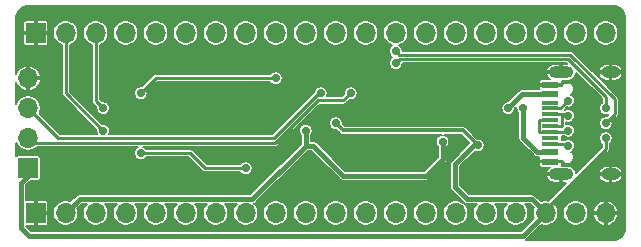
<source format=gbr>
%TF.GenerationSoftware,KiCad,Pcbnew,5.1.6+dfsg1-1*%
%TF.CreationDate,2020-07-03T14:15:03+08:00*%
%TF.ProjectId,stm32devmini,73746d33-3264-4657-966d-696e692e6b69,a*%
%TF.SameCoordinates,Original*%
%TF.FileFunction,Copper,L2,Bot*%
%TF.FilePolarity,Positive*%
%FSLAX46Y46*%
G04 Gerber Fmt 4.6, Leading zero omitted, Abs format (unit mm)*
G04 Created by KiCad (PCBNEW 5.1.6+dfsg1-1) date 2020-07-03 14:15:03*
%MOMM*%
%LPD*%
G01*
G04 APERTURE LIST*
%TA.AperFunction,SMDPad,CuDef*%
%ADD10R,1.450000X0.600000*%
%TD*%
%TA.AperFunction,SMDPad,CuDef*%
%ADD11R,1.450000X0.300000*%
%TD*%
%TA.AperFunction,ComponentPad*%
%ADD12O,2.100000X1.000000*%
%TD*%
%TA.AperFunction,ComponentPad*%
%ADD13O,1.600000X1.000000*%
%TD*%
%TA.AperFunction,ComponentPad*%
%ADD14O,1.700000X1.700000*%
%TD*%
%TA.AperFunction,ComponentPad*%
%ADD15R,1.700000X1.700000*%
%TD*%
%TA.AperFunction,ViaPad*%
%ADD16C,0.700000*%
%TD*%
%TA.AperFunction,Conductor*%
%ADD17C,0.381000*%
%TD*%
%TA.AperFunction,Conductor*%
%ADD18C,0.304800*%
%TD*%
%TA.AperFunction,Conductor*%
%ADD19C,0.228600*%
%TD*%
%TA.AperFunction,Conductor*%
%ADD20C,0.152400*%
%TD*%
G04 APERTURE END LIST*
D10*
%TO.P,J1,B1*%
%TO.N,GND*%
X197250000Y-104850000D03*
%TO.P,J1,A9*%
%TO.N,VBUS*%
X197250000Y-104050000D03*
%TO.P,J1,B9*%
X197250000Y-99150000D03*
%TO.P,J1,B12*%
%TO.N,GND*%
X197250000Y-98350000D03*
%TO.P,J1,A1*%
X197250000Y-98350000D03*
%TO.P,J1,A4*%
%TO.N,VBUS*%
X197250000Y-99150000D03*
%TO.P,J1,B4*%
X197250000Y-104050000D03*
%TO.P,J1,A12*%
%TO.N,GND*%
X197250000Y-104850000D03*
D11*
%TO.P,J1,B8*%
%TO.N,Net-(J1-PadB8)*%
X197250000Y-99850000D03*
%TO.P,J1,A5*%
%TO.N,Net-(J1-PadA5)*%
X197250000Y-100350000D03*
%TO.P,J1,B7*%
%TO.N,Net-(J1-PadA7)*%
X197250000Y-100850000D03*
%TO.P,J1,A7*%
X197250000Y-101850000D03*
%TO.P,J1,B6*%
%TO.N,Net-(J1-PadA6)*%
X197250000Y-102350000D03*
%TO.P,J1,A8*%
%TO.N,Net-(J1-PadA8)*%
X197250000Y-102850000D03*
%TO.P,J1,B5*%
%TO.N,Net-(J1-PadB5)*%
X197250000Y-103350000D03*
%TO.P,J1,A6*%
%TO.N,Net-(J1-PadA6)*%
X197250000Y-101350000D03*
D12*
%TO.P,J1,S1*%
%TO.N,GND*%
X198165000Y-105920000D03*
X198165000Y-97280000D03*
D13*
X202345000Y-97280000D03*
X202345000Y-105920000D03*
%TD*%
D14*
%TO.P,J4,4*%
%TO.N,GND*%
X153035000Y-97790000D03*
%TO.P,J4,3*%
%TO.N,SWCLK*%
X153035000Y-100330000D03*
%TO.P,J4,2*%
%TO.N,SWDIO*%
X153035000Y-102870000D03*
D15*
%TO.P,J4,1*%
%TO.N,+3V3*%
X153035000Y-105410000D03*
%TD*%
D14*
%TO.P,J3,20*%
%TO.N,B12*%
X201930000Y-93980000D03*
%TO.P,J3,19*%
%TO.N,B13*%
X199390000Y-93980000D03*
%TO.P,J3,18*%
%TO.N,B14*%
X196850000Y-93980000D03*
%TO.P,J3,17*%
%TO.N,B15*%
X194310000Y-93980000D03*
%TO.P,J3,16*%
%TO.N,A8*%
X191770000Y-93980000D03*
%TO.P,J3,15*%
%TO.N,A9*%
X189230000Y-93980000D03*
%TO.P,J3,14*%
%TO.N,A10*%
X186690000Y-93980000D03*
%TO.P,J3,13*%
%TO.N,A11*%
X184150000Y-93980000D03*
%TO.P,J3,12*%
%TO.N,A12*%
X181610000Y-93980000D03*
%TO.P,J3,11*%
%TO.N,A15*%
X179070000Y-93980000D03*
%TO.P,J3,10*%
%TO.N,B3*%
X176530000Y-93980000D03*
%TO.P,J3,9*%
%TO.N,B4*%
X173990000Y-93980000D03*
%TO.P,J3,8*%
%TO.N,B5*%
X171450000Y-93980000D03*
%TO.P,J3,7*%
%TO.N,B6*%
X168910000Y-93980000D03*
%TO.P,J3,6*%
%TO.N,B7*%
X166370000Y-93980000D03*
%TO.P,J3,5*%
%TO.N,B8*%
X163830000Y-93980000D03*
%TO.P,J3,4*%
%TO.N,B9*%
X161290000Y-93980000D03*
%TO.P,J3,3*%
%TO.N,BO0*%
X158750000Y-93980000D03*
%TO.P,J3,2*%
%TO.N,RST*%
X156210000Y-93980000D03*
D15*
%TO.P,J3,1*%
%TO.N,GND*%
X153670000Y-93980000D03*
%TD*%
D14*
%TO.P,J2,20*%
%TO.N,GND*%
X201930000Y-109220000D03*
%TO.P,J2,19*%
%TO.N,+5V*%
X199390000Y-109220000D03*
%TO.P,J2,18*%
%TO.N,+3V3*%
X196850000Y-109220000D03*
%TO.P,J2,17*%
%TO.N,B11*%
X194310000Y-109220000D03*
%TO.P,J2,16*%
%TO.N,B10*%
X191770000Y-109220000D03*
%TO.P,J2,15*%
%TO.N,B2*%
X189230000Y-109220000D03*
%TO.P,J2,14*%
%TO.N,B1*%
X186690000Y-109220000D03*
%TO.P,J2,13*%
%TO.N,B0*%
X184150000Y-109220000D03*
%TO.P,J2,12*%
%TO.N,A7*%
X181610000Y-109220000D03*
%TO.P,J2,11*%
%TO.N,A6*%
X179070000Y-109220000D03*
%TO.P,J2,10*%
%TO.N,A5*%
X176530000Y-109220000D03*
%TO.P,J2,9*%
%TO.N,A4*%
X173990000Y-109220000D03*
%TO.P,J2,8*%
%TO.N,A3*%
X171450000Y-109220000D03*
%TO.P,J2,7*%
%TO.N,A2*%
X168910000Y-109220000D03*
%TO.P,J2,6*%
%TO.N,A1*%
X166370000Y-109220000D03*
%TO.P,J2,5*%
%TO.N,A0*%
X163830000Y-109220000D03*
%TO.P,J2,4*%
%TO.N,C15*%
X161290000Y-109220000D03*
%TO.P,J2,3*%
%TO.N,C14*%
X158750000Y-109220000D03*
%TO.P,J2,2*%
%TO.N,C13*%
X156210000Y-109220000D03*
D15*
%TO.P,J2,1*%
%TO.N,GND*%
X153670000Y-109220000D03*
%TD*%
D16*
%TO.N,GND*%
X192405000Y-105410000D03*
X191135000Y-105410000D03*
X189865000Y-105410000D03*
X192405000Y-106680000D03*
X189865000Y-106680000D03*
X177800000Y-100330000D03*
X180340000Y-102870000D03*
X180340000Y-100330000D03*
X177800000Y-102870000D03*
X167640000Y-104140000D03*
X168910000Y-99060000D03*
X172720000Y-106045000D03*
X172720000Y-99060000D03*
X171450000Y-100965000D03*
X153416000Y-107188000D03*
%TO.N,VBUS*%
X193675000Y-100330000D03*
X194945000Y-100330000D03*
%TO.N,+3V3*%
X179070000Y-101600000D03*
X191112500Y-103482500D03*
X201930000Y-102870000D03*
%TO.N,C13*%
X176530000Y-102235000D03*
X188117290Y-103169935D03*
%TO.N,A12*%
X201930000Y-101600000D03*
X184150000Y-95504000D03*
%TO.N,A11*%
X201930000Y-100330000D03*
X184150000Y-96520000D03*
%TO.N,BO0*%
X173990000Y-97790000D03*
X162560000Y-99060000D03*
X159385000Y-100330000D03*
%TO.N,SWCLK*%
X177800000Y-99060000D03*
%TO.N,SWDIO*%
X180340000Y-99060000D03*
%TO.N,RST*%
X171450000Y-105410000D03*
X162560000Y-104140000D03*
X159385000Y-102235000D03*
%TO.N,Net-(J1-PadA5)*%
X198755000Y-99695000D03*
%TO.N,Net-(J1-PadB5)*%
X198755000Y-103505000D03*
%TO.N,Net-(J1-PadA7)*%
X198755000Y-100965000D03*
%TO.N,Net-(J1-PadA6)*%
X198755000Y-102235000D03*
%TD*%
D17*
%TO.N,VBUS*%
X194855000Y-99150000D02*
X193675000Y-100330000D01*
X197250000Y-99150000D02*
X194855000Y-99150000D01*
X194945000Y-102851000D02*
X194945000Y-100330000D01*
X196144000Y-104050000D02*
X194945000Y-102851000D01*
X197250000Y-104050000D02*
X196144000Y-104050000D01*
D18*
%TO.N,+3V3*%
X179685199Y-102215199D02*
X179070000Y-101600000D01*
X191112500Y-103482500D02*
X189845199Y-102215199D01*
X189845199Y-102215199D02*
X186670199Y-102215199D01*
X186670199Y-102215199D02*
X179685199Y-102215199D01*
D17*
X153035000Y-105410000D02*
X152477099Y-105967901D01*
X189172099Y-105077407D02*
X190767006Y-103482500D01*
X189172099Y-107012593D02*
X189172099Y-105077407D01*
X190186605Y-108027099D02*
X189172099Y-107012593D01*
X195657099Y-108027099D02*
X190186605Y-108027099D01*
X190767006Y-103482500D02*
X191112500Y-103482500D01*
X196850000Y-109220000D02*
X195657099Y-108027099D01*
X194900000Y-111170000D02*
X196850000Y-109220000D01*
X153080000Y-111170000D02*
X194900000Y-111170000D01*
X152400000Y-106680000D02*
X152400000Y-110490000D01*
X153035000Y-106045000D02*
X152400000Y-106680000D01*
X152400000Y-110490000D02*
X153080000Y-111170000D01*
X153035000Y-105410000D02*
X153035000Y-106045000D01*
D19*
X196850000Y-108869291D02*
X196850000Y-109220000D01*
X201930000Y-103789291D02*
X196850000Y-108869291D01*
X201930000Y-102870000D02*
X201930000Y-103789291D01*
D17*
%TO.N,C13*%
X176530000Y-102235000D02*
X176530000Y-103505000D01*
X157402901Y-108027099D02*
X156210000Y-109220000D01*
X172007901Y-108027099D02*
X157402901Y-108027099D01*
X176530000Y-103505000D02*
X172007901Y-108027099D01*
X176530000Y-103505000D02*
X177165000Y-103505000D01*
X177165000Y-103505000D02*
X179705000Y-106045000D01*
X188117290Y-104609932D02*
X188117290Y-103169935D01*
X186682222Y-106045000D02*
X188117290Y-104609932D01*
X179705000Y-106045000D02*
X186682222Y-106045000D01*
D19*
%TO.N,A12*%
X184434991Y-95788991D02*
X184150000Y-95504000D01*
X198912990Y-95788991D02*
X184434991Y-95788991D01*
X202692000Y-99568002D02*
X198912990Y-95788991D01*
X202692000Y-100838000D02*
X202692000Y-99568002D01*
X201930000Y-101600000D02*
X202692000Y-100838000D01*
%TO.N,A11*%
X201930000Y-100330000D02*
X201930000Y-99344830D01*
X201930000Y-99344830D02*
X198755171Y-96170001D01*
X198755171Y-96170001D02*
X184499999Y-96170001D01*
X184499999Y-96170001D02*
X184150000Y-96520000D01*
%TO.N,BO0*%
X163830000Y-97790000D02*
X162560000Y-99060000D01*
X173990000Y-97790000D02*
X163830000Y-97790000D01*
X158750000Y-99695000D02*
X159385000Y-100330000D01*
X158750000Y-93980000D02*
X158750000Y-99695000D01*
%TO.N,SWCLK*%
X177618452Y-99060000D02*
X177800000Y-99060000D01*
X173808452Y-102870000D02*
X177618452Y-99060000D01*
X155575000Y-102870000D02*
X173808452Y-102870000D01*
X153035000Y-100330000D02*
X155575000Y-102870000D01*
%TO.N,SWDIO*%
X180340000Y-99060000D02*
X179723298Y-99676702D01*
X179723298Y-99676702D02*
X177540580Y-99676702D01*
X177540580Y-99676702D02*
X173966273Y-103251009D01*
X173966273Y-103251009D02*
X153416009Y-103251009D01*
X153416009Y-103251009D02*
X153035000Y-102870000D01*
%TO.N,RST*%
X167997282Y-105410000D02*
X166727282Y-104140000D01*
X166727282Y-104140000D02*
X162560000Y-104140000D01*
X171450000Y-105410000D02*
X167997282Y-105410000D01*
X156210000Y-99060000D02*
X159385000Y-102235000D01*
X156210000Y-93980000D02*
X156210000Y-99060000D01*
%TO.N,Net-(J1-PadA5)*%
X198100000Y-100350000D02*
X198755000Y-99695000D01*
X197250000Y-100350000D02*
X198100000Y-100350000D01*
%TO.N,Net-(J1-PadB5)*%
X198600000Y-103350000D02*
X198755000Y-103505000D01*
X197250000Y-103350000D02*
X198600000Y-103350000D01*
%TO.N,Net-(J1-PadA7)*%
X198203600Y-100850000D02*
X197250000Y-100850000D01*
X198241701Y-100888101D02*
X198203600Y-100850000D01*
X198241701Y-101811899D02*
X198241701Y-100888101D01*
X198203600Y-101850000D02*
X198241701Y-101811899D01*
X197250000Y-101850000D02*
X198203600Y-101850000D01*
X198640000Y-100850000D02*
X198755000Y-100965000D01*
X198203600Y-100850000D02*
X198640000Y-100850000D01*
%TO.N,Net-(J1-PadA6)*%
X196296400Y-102350000D02*
X197250000Y-102350000D01*
X196258299Y-102311899D02*
X196296400Y-102350000D01*
X196258299Y-101388101D02*
X196258299Y-102311899D01*
X196296400Y-101350000D02*
X196258299Y-101388101D01*
X197250000Y-101350000D02*
X196296400Y-101350000D01*
X198640000Y-102350000D02*
X198755000Y-102235000D01*
X197250000Y-102350000D02*
X198640000Y-102350000D01*
%TD*%
D20*
%TO.N,GND*%
G36*
X202762186Y-91714151D02*
G01*
X202951854Y-91771415D01*
X203126795Y-91864433D01*
X203280334Y-91989656D01*
X203406626Y-92142317D01*
X203500861Y-92316602D01*
X203559449Y-92505866D01*
X203581400Y-92714721D01*
X203581401Y-110477583D01*
X203560849Y-110687186D01*
X203503584Y-110876856D01*
X203410566Y-111051797D01*
X203285344Y-111205334D01*
X203132683Y-111331626D01*
X202958398Y-111425861D01*
X202769134Y-111484449D01*
X202560279Y-111506400D01*
X195150725Y-111506400D01*
X195197782Y-111467782D01*
X195210907Y-111451789D01*
X196443575Y-110219122D01*
X196535384Y-110257150D01*
X196743767Y-110298600D01*
X196956233Y-110298600D01*
X197164616Y-110257150D01*
X197360909Y-110175843D01*
X197537567Y-110057803D01*
X197687803Y-109907567D01*
X197805843Y-109730909D01*
X197887150Y-109534616D01*
X197928600Y-109326233D01*
X197928600Y-109113767D01*
X198311400Y-109113767D01*
X198311400Y-109326233D01*
X198352850Y-109534616D01*
X198434157Y-109730909D01*
X198552197Y-109907567D01*
X198702433Y-110057803D01*
X198879091Y-110175843D01*
X199075384Y-110257150D01*
X199283767Y-110298600D01*
X199496233Y-110298600D01*
X199704616Y-110257150D01*
X199900909Y-110175843D01*
X200077567Y-110057803D01*
X200227803Y-109907567D01*
X200345843Y-109730909D01*
X200427150Y-109534616D01*
X200441281Y-109463571D01*
X200879258Y-109463571D01*
X200946966Y-109663880D01*
X201052451Y-109847131D01*
X201191660Y-110006282D01*
X201359243Y-110135217D01*
X201548760Y-110228981D01*
X201686430Y-110270739D01*
X201853800Y-110238604D01*
X201853800Y-109296200D01*
X202006200Y-109296200D01*
X202006200Y-110238604D01*
X202173570Y-110270739D01*
X202311240Y-110228981D01*
X202500757Y-110135217D01*
X202668340Y-110006282D01*
X202807549Y-109847131D01*
X202913034Y-109663880D01*
X202980742Y-109463571D01*
X202948759Y-109296200D01*
X202006200Y-109296200D01*
X201853800Y-109296200D01*
X200911241Y-109296200D01*
X200879258Y-109463571D01*
X200441281Y-109463571D01*
X200468600Y-109326233D01*
X200468600Y-109113767D01*
X200441282Y-108976429D01*
X200879258Y-108976429D01*
X200911241Y-109143800D01*
X201853800Y-109143800D01*
X201853800Y-108201396D01*
X202006200Y-108201396D01*
X202006200Y-109143800D01*
X202948759Y-109143800D01*
X202980742Y-108976429D01*
X202913034Y-108776120D01*
X202807549Y-108592869D01*
X202668340Y-108433718D01*
X202500757Y-108304783D01*
X202311240Y-108211019D01*
X202173570Y-108169261D01*
X202006200Y-108201396D01*
X201853800Y-108201396D01*
X201686430Y-108169261D01*
X201548760Y-108211019D01*
X201359243Y-108304783D01*
X201191660Y-108433718D01*
X201052451Y-108592869D01*
X200946966Y-108776120D01*
X200879258Y-108976429D01*
X200441282Y-108976429D01*
X200427150Y-108905384D01*
X200345843Y-108709091D01*
X200227803Y-108532433D01*
X200077567Y-108382197D01*
X199900909Y-108264157D01*
X199704616Y-108182850D01*
X199496233Y-108141400D01*
X199283767Y-108141400D01*
X199075384Y-108182850D01*
X198879091Y-108264157D01*
X198702433Y-108382197D01*
X198552197Y-108532433D01*
X198434157Y-108709091D01*
X198352850Y-108905384D01*
X198311400Y-109113767D01*
X197928600Y-109113767D01*
X197887150Y-108905384D01*
X197805843Y-108709091D01*
X197687803Y-108532433D01*
X197679797Y-108524427D01*
X200095609Y-106108615D01*
X201341237Y-106108615D01*
X201342700Y-106128423D01*
X201396856Y-106261430D01*
X201475920Y-106381316D01*
X201576853Y-106483474D01*
X201695777Y-106563978D01*
X201828121Y-106619734D01*
X201968800Y-106648600D01*
X202268800Y-106648600D01*
X202268800Y-105996200D01*
X202421200Y-105996200D01*
X202421200Y-106648600D01*
X202721200Y-106648600D01*
X202861879Y-106619734D01*
X202994223Y-106563978D01*
X203113147Y-106483474D01*
X203214080Y-106381316D01*
X203293144Y-106261430D01*
X203347300Y-106128423D01*
X203348763Y-106108615D01*
X203312112Y-105996200D01*
X202421200Y-105996200D01*
X202268800Y-105996200D01*
X201377888Y-105996200D01*
X201341237Y-106108615D01*
X200095609Y-106108615D01*
X200472839Y-105731385D01*
X201341237Y-105731385D01*
X201377888Y-105843800D01*
X202268800Y-105843800D01*
X202268800Y-105191400D01*
X202421200Y-105191400D01*
X202421200Y-105843800D01*
X203312112Y-105843800D01*
X203348763Y-105731385D01*
X203347300Y-105711577D01*
X203293144Y-105578570D01*
X203214080Y-105458684D01*
X203113147Y-105356526D01*
X202994223Y-105276022D01*
X202861879Y-105220266D01*
X202721200Y-105191400D01*
X202421200Y-105191400D01*
X202268800Y-105191400D01*
X201968800Y-105191400D01*
X201828121Y-105220266D01*
X201695777Y-105276022D01*
X201576853Y-105356526D01*
X201475920Y-105458684D01*
X201396856Y-105578570D01*
X201342700Y-105711577D01*
X201341237Y-105731385D01*
X200472839Y-105731385D01*
X202160557Y-104043668D01*
X202173640Y-104032931D01*
X202216490Y-103980718D01*
X202248331Y-103921148D01*
X202267938Y-103856511D01*
X202272900Y-103806134D01*
X202274559Y-103789291D01*
X202272900Y-103772448D01*
X202272900Y-103336758D01*
X202298836Y-103319428D01*
X202379428Y-103238836D01*
X202442749Y-103144070D01*
X202486365Y-103038772D01*
X202508600Y-102926987D01*
X202508600Y-102813013D01*
X202486365Y-102701228D01*
X202442749Y-102595930D01*
X202379428Y-102501164D01*
X202298836Y-102420572D01*
X202204070Y-102357251D01*
X202098772Y-102313635D01*
X201986987Y-102291400D01*
X201873013Y-102291400D01*
X201761228Y-102313635D01*
X201655930Y-102357251D01*
X201561164Y-102420572D01*
X201480572Y-102501164D01*
X201417251Y-102595930D01*
X201373635Y-102701228D01*
X201351400Y-102813013D01*
X201351400Y-102926987D01*
X201373635Y-103038772D01*
X201417251Y-103144070D01*
X201480572Y-103238836D01*
X201561164Y-103319428D01*
X201587101Y-103336758D01*
X201587101Y-103647256D01*
X199390559Y-105843798D01*
X199382113Y-105843798D01*
X199418763Y-105731385D01*
X199417300Y-105711577D01*
X199363144Y-105578570D01*
X199284080Y-105458684D01*
X199183147Y-105356526D01*
X199064223Y-105276022D01*
X198931879Y-105220266D01*
X198791200Y-105191400D01*
X198200628Y-105191400D01*
X198204706Y-105150000D01*
X198203600Y-104983350D01*
X198146450Y-104926200D01*
X197326200Y-104926200D01*
X197326200Y-104946200D01*
X197173800Y-104946200D01*
X197173800Y-104926200D01*
X196353550Y-104926200D01*
X196296400Y-104983350D01*
X196295294Y-105150000D01*
X196299708Y-105194813D01*
X196312779Y-105237905D01*
X196334006Y-105277618D01*
X196362573Y-105312427D01*
X196397382Y-105340994D01*
X196437095Y-105362221D01*
X196480187Y-105375292D01*
X196525000Y-105379706D01*
X197116650Y-105378600D01*
X197173798Y-105321452D01*
X197173798Y-105338286D01*
X197146853Y-105356526D01*
X197045920Y-105458684D01*
X196966856Y-105578570D01*
X196912700Y-105711577D01*
X196911237Y-105731385D01*
X196947888Y-105843800D01*
X198088800Y-105843800D01*
X198088800Y-105823800D01*
X198241200Y-105823800D01*
X198241200Y-105843800D01*
X198261200Y-105843800D01*
X198261200Y-105996200D01*
X198241200Y-105996200D01*
X198241200Y-106648600D01*
X198585758Y-106648600D01*
X197070274Y-108164084D01*
X196956233Y-108141400D01*
X196743767Y-108141400D01*
X196535384Y-108182850D01*
X196443575Y-108220878D01*
X195968006Y-107745310D01*
X195954881Y-107729317D01*
X195891065Y-107676945D01*
X195818257Y-107638028D01*
X195739257Y-107614064D01*
X195677679Y-107607999D01*
X195657099Y-107605972D01*
X195636519Y-107607999D01*
X190360202Y-107607999D01*
X189591199Y-106838997D01*
X189591199Y-106108615D01*
X196911237Y-106108615D01*
X196912700Y-106128423D01*
X196966856Y-106261430D01*
X197045920Y-106381316D01*
X197146853Y-106483474D01*
X197265777Y-106563978D01*
X197398121Y-106619734D01*
X197538800Y-106648600D01*
X198088800Y-106648600D01*
X198088800Y-105996200D01*
X196947888Y-105996200D01*
X196911237Y-106108615D01*
X189591199Y-106108615D01*
X189591199Y-105251003D01*
X190844457Y-103997746D01*
X190943728Y-104038865D01*
X191055513Y-104061100D01*
X191169487Y-104061100D01*
X191281272Y-104038865D01*
X191386570Y-103995249D01*
X191481336Y-103931928D01*
X191561928Y-103851336D01*
X191625249Y-103756570D01*
X191668865Y-103651272D01*
X191691100Y-103539487D01*
X191691100Y-103425513D01*
X191668865Y-103313728D01*
X191625249Y-103208430D01*
X191561928Y-103113664D01*
X191481336Y-103033072D01*
X191386570Y-102969751D01*
X191281272Y-102926135D01*
X191169487Y-102903900D01*
X191072715Y-102903900D01*
X190127845Y-101959031D01*
X190115910Y-101944488D01*
X190057895Y-101896877D01*
X189991707Y-101861498D01*
X189919888Y-101839712D01*
X189863912Y-101834199D01*
X189863909Y-101834199D01*
X189845199Y-101832356D01*
X189826489Y-101834199D01*
X179843014Y-101834199D01*
X179648600Y-101639785D01*
X179648600Y-101543013D01*
X179626365Y-101431228D01*
X179582749Y-101325930D01*
X179519428Y-101231164D01*
X179438836Y-101150572D01*
X179344070Y-101087251D01*
X179238772Y-101043635D01*
X179126987Y-101021400D01*
X179013013Y-101021400D01*
X178901228Y-101043635D01*
X178795930Y-101087251D01*
X178701164Y-101150572D01*
X178620572Y-101231164D01*
X178557251Y-101325930D01*
X178513635Y-101431228D01*
X178491400Y-101543013D01*
X178491400Y-101656987D01*
X178513635Y-101768772D01*
X178557251Y-101874070D01*
X178620572Y-101968836D01*
X178701164Y-102049428D01*
X178795930Y-102112749D01*
X178901228Y-102156365D01*
X179013013Y-102178600D01*
X179109785Y-102178600D01*
X179402558Y-102471373D01*
X179414488Y-102485910D01*
X179435709Y-102503325D01*
X179472502Y-102533521D01*
X179538691Y-102568900D01*
X179610510Y-102590686D01*
X179666486Y-102596199D01*
X179666489Y-102596199D01*
X179685199Y-102598042D01*
X179703909Y-102596199D01*
X188035850Y-102596199D01*
X187948518Y-102613570D01*
X187843220Y-102657186D01*
X187748454Y-102720507D01*
X187667862Y-102801099D01*
X187604541Y-102895865D01*
X187560925Y-103001163D01*
X187538690Y-103112948D01*
X187538690Y-103226922D01*
X187560925Y-103338707D01*
X187604541Y-103444005D01*
X187667862Y-103538771D01*
X187698191Y-103569100D01*
X187698190Y-104436336D01*
X186508626Y-105625900D01*
X179878597Y-105625900D01*
X177475907Y-103223211D01*
X177462782Y-103207218D01*
X177398966Y-103154846D01*
X177326158Y-103115929D01*
X177247158Y-103091965D01*
X177185580Y-103085900D01*
X177165000Y-103083873D01*
X177144420Y-103085900D01*
X176949100Y-103085900D01*
X176949100Y-102634164D01*
X176979428Y-102603836D01*
X177042749Y-102509070D01*
X177086365Y-102403772D01*
X177108600Y-102291987D01*
X177108600Y-102178013D01*
X177086365Y-102066228D01*
X177042749Y-101960930D01*
X176979428Y-101866164D01*
X176898836Y-101785572D01*
X176804070Y-101722251D01*
X176698772Y-101678635D01*
X176586987Y-101656400D01*
X176473013Y-101656400D01*
X176361228Y-101678635D01*
X176255930Y-101722251D01*
X176161164Y-101785572D01*
X176080572Y-101866164D01*
X176017251Y-101960930D01*
X175973635Y-102066228D01*
X175951400Y-102178013D01*
X175951400Y-102291987D01*
X175973635Y-102403772D01*
X176017251Y-102509070D01*
X176080572Y-102603836D01*
X176110900Y-102634164D01*
X176110901Y-103331402D01*
X171834305Y-107607999D01*
X157423481Y-107607999D01*
X157402901Y-107605972D01*
X157382321Y-107607999D01*
X157320743Y-107614064D01*
X157241743Y-107638028D01*
X157168935Y-107676945D01*
X157105119Y-107729317D01*
X157092001Y-107745302D01*
X156616425Y-108220878D01*
X156524616Y-108182850D01*
X156316233Y-108141400D01*
X156103767Y-108141400D01*
X155895384Y-108182850D01*
X155699091Y-108264157D01*
X155522433Y-108382197D01*
X155372197Y-108532433D01*
X155254157Y-108709091D01*
X155172850Y-108905384D01*
X155131400Y-109113767D01*
X155131400Y-109326233D01*
X155172850Y-109534616D01*
X155254157Y-109730909D01*
X155372197Y-109907567D01*
X155522433Y-110057803D01*
X155699091Y-110175843D01*
X155895384Y-110257150D01*
X156103767Y-110298600D01*
X156316233Y-110298600D01*
X156524616Y-110257150D01*
X156720909Y-110175843D01*
X156897567Y-110057803D01*
X157047803Y-109907567D01*
X157165843Y-109730909D01*
X157247150Y-109534616D01*
X157288600Y-109326233D01*
X157288600Y-109113767D01*
X157247150Y-108905384D01*
X157209122Y-108813575D01*
X157576498Y-108446199D01*
X157998431Y-108446199D01*
X157912197Y-108532433D01*
X157794157Y-108709091D01*
X157712850Y-108905384D01*
X157671400Y-109113767D01*
X157671400Y-109326233D01*
X157712850Y-109534616D01*
X157794157Y-109730909D01*
X157912197Y-109907567D01*
X158062433Y-110057803D01*
X158239091Y-110175843D01*
X158435384Y-110257150D01*
X158643767Y-110298600D01*
X158856233Y-110298600D01*
X159064616Y-110257150D01*
X159260909Y-110175843D01*
X159437567Y-110057803D01*
X159587803Y-109907567D01*
X159705843Y-109730909D01*
X159787150Y-109534616D01*
X159828600Y-109326233D01*
X159828600Y-109113767D01*
X159787150Y-108905384D01*
X159705843Y-108709091D01*
X159587803Y-108532433D01*
X159501569Y-108446199D01*
X160538431Y-108446199D01*
X160452197Y-108532433D01*
X160334157Y-108709091D01*
X160252850Y-108905384D01*
X160211400Y-109113767D01*
X160211400Y-109326233D01*
X160252850Y-109534616D01*
X160334157Y-109730909D01*
X160452197Y-109907567D01*
X160602433Y-110057803D01*
X160779091Y-110175843D01*
X160975384Y-110257150D01*
X161183767Y-110298600D01*
X161396233Y-110298600D01*
X161604616Y-110257150D01*
X161800909Y-110175843D01*
X161977567Y-110057803D01*
X162127803Y-109907567D01*
X162245843Y-109730909D01*
X162327150Y-109534616D01*
X162368600Y-109326233D01*
X162368600Y-109113767D01*
X162327150Y-108905384D01*
X162245843Y-108709091D01*
X162127803Y-108532433D01*
X162041569Y-108446199D01*
X163078431Y-108446199D01*
X162992197Y-108532433D01*
X162874157Y-108709091D01*
X162792850Y-108905384D01*
X162751400Y-109113767D01*
X162751400Y-109326233D01*
X162792850Y-109534616D01*
X162874157Y-109730909D01*
X162992197Y-109907567D01*
X163142433Y-110057803D01*
X163319091Y-110175843D01*
X163515384Y-110257150D01*
X163723767Y-110298600D01*
X163936233Y-110298600D01*
X164144616Y-110257150D01*
X164340909Y-110175843D01*
X164517567Y-110057803D01*
X164667803Y-109907567D01*
X164785843Y-109730909D01*
X164867150Y-109534616D01*
X164908600Y-109326233D01*
X164908600Y-109113767D01*
X164867150Y-108905384D01*
X164785843Y-108709091D01*
X164667803Y-108532433D01*
X164581569Y-108446199D01*
X165618431Y-108446199D01*
X165532197Y-108532433D01*
X165414157Y-108709091D01*
X165332850Y-108905384D01*
X165291400Y-109113767D01*
X165291400Y-109326233D01*
X165332850Y-109534616D01*
X165414157Y-109730909D01*
X165532197Y-109907567D01*
X165682433Y-110057803D01*
X165859091Y-110175843D01*
X166055384Y-110257150D01*
X166263767Y-110298600D01*
X166476233Y-110298600D01*
X166684616Y-110257150D01*
X166880909Y-110175843D01*
X167057567Y-110057803D01*
X167207803Y-109907567D01*
X167325843Y-109730909D01*
X167407150Y-109534616D01*
X167448600Y-109326233D01*
X167448600Y-109113767D01*
X167407150Y-108905384D01*
X167325843Y-108709091D01*
X167207803Y-108532433D01*
X167121569Y-108446199D01*
X168158431Y-108446199D01*
X168072197Y-108532433D01*
X167954157Y-108709091D01*
X167872850Y-108905384D01*
X167831400Y-109113767D01*
X167831400Y-109326233D01*
X167872850Y-109534616D01*
X167954157Y-109730909D01*
X168072197Y-109907567D01*
X168222433Y-110057803D01*
X168399091Y-110175843D01*
X168595384Y-110257150D01*
X168803767Y-110298600D01*
X169016233Y-110298600D01*
X169224616Y-110257150D01*
X169420909Y-110175843D01*
X169597567Y-110057803D01*
X169747803Y-109907567D01*
X169865843Y-109730909D01*
X169947150Y-109534616D01*
X169988600Y-109326233D01*
X169988600Y-109113767D01*
X169947150Y-108905384D01*
X169865843Y-108709091D01*
X169747803Y-108532433D01*
X169661569Y-108446199D01*
X170698431Y-108446199D01*
X170612197Y-108532433D01*
X170494157Y-108709091D01*
X170412850Y-108905384D01*
X170371400Y-109113767D01*
X170371400Y-109326233D01*
X170412850Y-109534616D01*
X170494157Y-109730909D01*
X170612197Y-109907567D01*
X170762433Y-110057803D01*
X170939091Y-110175843D01*
X171135384Y-110257150D01*
X171343767Y-110298600D01*
X171556233Y-110298600D01*
X171764616Y-110257150D01*
X171960909Y-110175843D01*
X172137567Y-110057803D01*
X172287803Y-109907567D01*
X172405843Y-109730909D01*
X172487150Y-109534616D01*
X172528600Y-109326233D01*
X172528600Y-109113767D01*
X172911400Y-109113767D01*
X172911400Y-109326233D01*
X172952850Y-109534616D01*
X173034157Y-109730909D01*
X173152197Y-109907567D01*
X173302433Y-110057803D01*
X173479091Y-110175843D01*
X173675384Y-110257150D01*
X173883767Y-110298600D01*
X174096233Y-110298600D01*
X174304616Y-110257150D01*
X174500909Y-110175843D01*
X174677567Y-110057803D01*
X174827803Y-109907567D01*
X174945843Y-109730909D01*
X175027150Y-109534616D01*
X175068600Y-109326233D01*
X175068600Y-109113767D01*
X175451400Y-109113767D01*
X175451400Y-109326233D01*
X175492850Y-109534616D01*
X175574157Y-109730909D01*
X175692197Y-109907567D01*
X175842433Y-110057803D01*
X176019091Y-110175843D01*
X176215384Y-110257150D01*
X176423767Y-110298600D01*
X176636233Y-110298600D01*
X176844616Y-110257150D01*
X177040909Y-110175843D01*
X177217567Y-110057803D01*
X177367803Y-109907567D01*
X177485843Y-109730909D01*
X177567150Y-109534616D01*
X177608600Y-109326233D01*
X177608600Y-109113767D01*
X177991400Y-109113767D01*
X177991400Y-109326233D01*
X178032850Y-109534616D01*
X178114157Y-109730909D01*
X178232197Y-109907567D01*
X178382433Y-110057803D01*
X178559091Y-110175843D01*
X178755384Y-110257150D01*
X178963767Y-110298600D01*
X179176233Y-110298600D01*
X179384616Y-110257150D01*
X179580909Y-110175843D01*
X179757567Y-110057803D01*
X179907803Y-109907567D01*
X180025843Y-109730909D01*
X180107150Y-109534616D01*
X180148600Y-109326233D01*
X180148600Y-109113767D01*
X180531400Y-109113767D01*
X180531400Y-109326233D01*
X180572850Y-109534616D01*
X180654157Y-109730909D01*
X180772197Y-109907567D01*
X180922433Y-110057803D01*
X181099091Y-110175843D01*
X181295384Y-110257150D01*
X181503767Y-110298600D01*
X181716233Y-110298600D01*
X181924616Y-110257150D01*
X182120909Y-110175843D01*
X182297567Y-110057803D01*
X182447803Y-109907567D01*
X182565843Y-109730909D01*
X182647150Y-109534616D01*
X182688600Y-109326233D01*
X182688600Y-109113767D01*
X183071400Y-109113767D01*
X183071400Y-109326233D01*
X183112850Y-109534616D01*
X183194157Y-109730909D01*
X183312197Y-109907567D01*
X183462433Y-110057803D01*
X183639091Y-110175843D01*
X183835384Y-110257150D01*
X184043767Y-110298600D01*
X184256233Y-110298600D01*
X184464616Y-110257150D01*
X184660909Y-110175843D01*
X184837567Y-110057803D01*
X184987803Y-109907567D01*
X185105843Y-109730909D01*
X185187150Y-109534616D01*
X185228600Y-109326233D01*
X185228600Y-109113767D01*
X185611400Y-109113767D01*
X185611400Y-109326233D01*
X185652850Y-109534616D01*
X185734157Y-109730909D01*
X185852197Y-109907567D01*
X186002433Y-110057803D01*
X186179091Y-110175843D01*
X186375384Y-110257150D01*
X186583767Y-110298600D01*
X186796233Y-110298600D01*
X187004616Y-110257150D01*
X187200909Y-110175843D01*
X187377567Y-110057803D01*
X187527803Y-109907567D01*
X187645843Y-109730909D01*
X187727150Y-109534616D01*
X187768600Y-109326233D01*
X187768600Y-109113767D01*
X188151400Y-109113767D01*
X188151400Y-109326233D01*
X188192850Y-109534616D01*
X188274157Y-109730909D01*
X188392197Y-109907567D01*
X188542433Y-110057803D01*
X188719091Y-110175843D01*
X188915384Y-110257150D01*
X189123767Y-110298600D01*
X189336233Y-110298600D01*
X189544616Y-110257150D01*
X189740909Y-110175843D01*
X189917567Y-110057803D01*
X190067803Y-109907567D01*
X190185843Y-109730909D01*
X190267150Y-109534616D01*
X190308600Y-109326233D01*
X190308600Y-109113767D01*
X190267150Y-108905384D01*
X190185843Y-108709091D01*
X190067803Y-108532433D01*
X189917567Y-108382197D01*
X189740909Y-108264157D01*
X189544616Y-108182850D01*
X189336233Y-108141400D01*
X189123767Y-108141400D01*
X188915384Y-108182850D01*
X188719091Y-108264157D01*
X188542433Y-108382197D01*
X188392197Y-108532433D01*
X188274157Y-108709091D01*
X188192850Y-108905384D01*
X188151400Y-109113767D01*
X187768600Y-109113767D01*
X187727150Y-108905384D01*
X187645843Y-108709091D01*
X187527803Y-108532433D01*
X187377567Y-108382197D01*
X187200909Y-108264157D01*
X187004616Y-108182850D01*
X186796233Y-108141400D01*
X186583767Y-108141400D01*
X186375384Y-108182850D01*
X186179091Y-108264157D01*
X186002433Y-108382197D01*
X185852197Y-108532433D01*
X185734157Y-108709091D01*
X185652850Y-108905384D01*
X185611400Y-109113767D01*
X185228600Y-109113767D01*
X185187150Y-108905384D01*
X185105843Y-108709091D01*
X184987803Y-108532433D01*
X184837567Y-108382197D01*
X184660909Y-108264157D01*
X184464616Y-108182850D01*
X184256233Y-108141400D01*
X184043767Y-108141400D01*
X183835384Y-108182850D01*
X183639091Y-108264157D01*
X183462433Y-108382197D01*
X183312197Y-108532433D01*
X183194157Y-108709091D01*
X183112850Y-108905384D01*
X183071400Y-109113767D01*
X182688600Y-109113767D01*
X182647150Y-108905384D01*
X182565843Y-108709091D01*
X182447803Y-108532433D01*
X182297567Y-108382197D01*
X182120909Y-108264157D01*
X181924616Y-108182850D01*
X181716233Y-108141400D01*
X181503767Y-108141400D01*
X181295384Y-108182850D01*
X181099091Y-108264157D01*
X180922433Y-108382197D01*
X180772197Y-108532433D01*
X180654157Y-108709091D01*
X180572850Y-108905384D01*
X180531400Y-109113767D01*
X180148600Y-109113767D01*
X180107150Y-108905384D01*
X180025843Y-108709091D01*
X179907803Y-108532433D01*
X179757567Y-108382197D01*
X179580909Y-108264157D01*
X179384616Y-108182850D01*
X179176233Y-108141400D01*
X178963767Y-108141400D01*
X178755384Y-108182850D01*
X178559091Y-108264157D01*
X178382433Y-108382197D01*
X178232197Y-108532433D01*
X178114157Y-108709091D01*
X178032850Y-108905384D01*
X177991400Y-109113767D01*
X177608600Y-109113767D01*
X177567150Y-108905384D01*
X177485843Y-108709091D01*
X177367803Y-108532433D01*
X177217567Y-108382197D01*
X177040909Y-108264157D01*
X176844616Y-108182850D01*
X176636233Y-108141400D01*
X176423767Y-108141400D01*
X176215384Y-108182850D01*
X176019091Y-108264157D01*
X175842433Y-108382197D01*
X175692197Y-108532433D01*
X175574157Y-108709091D01*
X175492850Y-108905384D01*
X175451400Y-109113767D01*
X175068600Y-109113767D01*
X175027150Y-108905384D01*
X174945843Y-108709091D01*
X174827803Y-108532433D01*
X174677567Y-108382197D01*
X174500909Y-108264157D01*
X174304616Y-108182850D01*
X174096233Y-108141400D01*
X173883767Y-108141400D01*
X173675384Y-108182850D01*
X173479091Y-108264157D01*
X173302433Y-108382197D01*
X173152197Y-108532433D01*
X173034157Y-108709091D01*
X172952850Y-108905384D01*
X172911400Y-109113767D01*
X172528600Y-109113767D01*
X172487150Y-108905384D01*
X172405843Y-108709091D01*
X172287803Y-108532433D01*
X172170676Y-108415306D01*
X172241867Y-108377253D01*
X172305683Y-108324881D01*
X172318808Y-108308888D01*
X176703597Y-103924100D01*
X176991404Y-103924100D01*
X179394097Y-106326794D01*
X179407218Y-106342782D01*
X179471034Y-106395154D01*
X179543842Y-106434071D01*
X179622842Y-106458035D01*
X179684420Y-106464100D01*
X179684422Y-106464100D01*
X179704999Y-106466127D01*
X179725577Y-106464100D01*
X186661642Y-106464100D01*
X186682222Y-106466127D01*
X186702802Y-106464100D01*
X186764380Y-106458035D01*
X186843380Y-106434071D01*
X186916188Y-106395154D01*
X186980004Y-106342782D01*
X186993129Y-106326789D01*
X188399080Y-104920838D01*
X188415072Y-104907714D01*
X188467444Y-104843898D01*
X188506361Y-104771090D01*
X188530325Y-104692090D01*
X188536390Y-104630512D01*
X188536390Y-104630511D01*
X188538417Y-104609932D01*
X188536390Y-104589352D01*
X188536390Y-103569099D01*
X188566718Y-103538771D01*
X188630039Y-103444005D01*
X188673655Y-103338707D01*
X188695890Y-103226922D01*
X188695890Y-103112948D01*
X188673655Y-103001163D01*
X188630039Y-102895865D01*
X188566718Y-102801099D01*
X188486126Y-102720507D01*
X188391360Y-102657186D01*
X188286062Y-102613570D01*
X188198730Y-102596199D01*
X189687385Y-102596199D01*
X190373997Y-103282812D01*
X188890305Y-104766505D01*
X188874318Y-104779625D01*
X188861199Y-104795611D01*
X188821945Y-104843442D01*
X188783029Y-104916249D01*
X188759064Y-104995250D01*
X188750972Y-105077407D01*
X188753000Y-105097997D01*
X188752999Y-106992013D01*
X188750972Y-107012593D01*
X188752999Y-107033172D01*
X188759064Y-107094750D01*
X188783028Y-107173750D01*
X188821945Y-107246558D01*
X188874317Y-107310375D01*
X188890310Y-107323500D01*
X189875702Y-108308893D01*
X189888823Y-108324881D01*
X189952639Y-108377253D01*
X190025447Y-108416170D01*
X190104447Y-108440134D01*
X190186604Y-108448226D01*
X190207184Y-108446199D01*
X191018431Y-108446199D01*
X190932197Y-108532433D01*
X190814157Y-108709091D01*
X190732850Y-108905384D01*
X190691400Y-109113767D01*
X190691400Y-109326233D01*
X190732850Y-109534616D01*
X190814157Y-109730909D01*
X190932197Y-109907567D01*
X191082433Y-110057803D01*
X191259091Y-110175843D01*
X191455384Y-110257150D01*
X191663767Y-110298600D01*
X191876233Y-110298600D01*
X192084616Y-110257150D01*
X192280909Y-110175843D01*
X192457567Y-110057803D01*
X192607803Y-109907567D01*
X192725843Y-109730909D01*
X192807150Y-109534616D01*
X192848600Y-109326233D01*
X192848600Y-109113767D01*
X192807150Y-108905384D01*
X192725843Y-108709091D01*
X192607803Y-108532433D01*
X192521569Y-108446199D01*
X193558431Y-108446199D01*
X193472197Y-108532433D01*
X193354157Y-108709091D01*
X193272850Y-108905384D01*
X193231400Y-109113767D01*
X193231400Y-109326233D01*
X193272850Y-109534616D01*
X193354157Y-109730909D01*
X193472197Y-109907567D01*
X193622433Y-110057803D01*
X193799091Y-110175843D01*
X193995384Y-110257150D01*
X194203767Y-110298600D01*
X194416233Y-110298600D01*
X194624616Y-110257150D01*
X194820909Y-110175843D01*
X194997567Y-110057803D01*
X195147803Y-109907567D01*
X195265843Y-109730909D01*
X195347150Y-109534616D01*
X195388600Y-109326233D01*
X195388600Y-109113767D01*
X195347150Y-108905384D01*
X195265843Y-108709091D01*
X195147803Y-108532433D01*
X195061569Y-108446199D01*
X195483503Y-108446199D01*
X195850878Y-108813575D01*
X195812850Y-108905384D01*
X195771400Y-109113767D01*
X195771400Y-109326233D01*
X195812850Y-109534616D01*
X195850878Y-109626425D01*
X194726404Y-110750900D01*
X153253597Y-110750900D01*
X152819100Y-110316404D01*
X152819100Y-110299617D01*
X152820000Y-110299706D01*
X153536650Y-110298600D01*
X153593800Y-110241450D01*
X153593800Y-109296200D01*
X153746200Y-109296200D01*
X153746200Y-110241450D01*
X153803350Y-110298600D01*
X154520000Y-110299706D01*
X154564813Y-110295292D01*
X154607905Y-110282221D01*
X154647618Y-110260994D01*
X154682427Y-110232427D01*
X154710994Y-110197618D01*
X154732221Y-110157905D01*
X154745292Y-110114813D01*
X154749706Y-110070000D01*
X154748600Y-109353350D01*
X154691450Y-109296200D01*
X153746200Y-109296200D01*
X153593800Y-109296200D01*
X153573800Y-109296200D01*
X153573800Y-109143800D01*
X153593800Y-109143800D01*
X153593800Y-108198550D01*
X153746200Y-108198550D01*
X153746200Y-109143800D01*
X154691450Y-109143800D01*
X154748600Y-109086650D01*
X154749706Y-108370000D01*
X154745292Y-108325187D01*
X154732221Y-108282095D01*
X154710994Y-108242382D01*
X154682427Y-108207573D01*
X154647618Y-108179006D01*
X154607905Y-108157779D01*
X154564813Y-108144708D01*
X154520000Y-108140294D01*
X153803350Y-108141400D01*
X153746200Y-108198550D01*
X153593800Y-108198550D01*
X153536650Y-108141400D01*
X152820000Y-108140294D01*
X152819100Y-108140383D01*
X152819100Y-106853596D01*
X153182990Y-106489706D01*
X153885000Y-106489706D01*
X153929813Y-106485292D01*
X153972905Y-106472221D01*
X154012618Y-106450994D01*
X154047427Y-106422427D01*
X154075994Y-106387618D01*
X154097221Y-106347905D01*
X154110292Y-106304813D01*
X154114706Y-106260000D01*
X154114706Y-104560000D01*
X154110292Y-104515187D01*
X154097221Y-104472095D01*
X154075994Y-104432382D01*
X154047427Y-104397573D01*
X154012618Y-104369006D01*
X153972905Y-104347779D01*
X153929813Y-104334708D01*
X153885000Y-104330294D01*
X152185000Y-104330294D01*
X152140187Y-104334708D01*
X152097095Y-104347779D01*
X152057382Y-104369006D01*
X152022573Y-104397573D01*
X152018600Y-104402414D01*
X152018600Y-103234711D01*
X152079157Y-103380909D01*
X152197197Y-103557567D01*
X152347433Y-103707803D01*
X152524091Y-103825843D01*
X152720384Y-103907150D01*
X152928767Y-103948600D01*
X153141233Y-103948600D01*
X153349616Y-103907150D01*
X153545909Y-103825843D01*
X153722567Y-103707803D01*
X153836461Y-103593909D01*
X162366424Y-103593909D01*
X162285930Y-103627251D01*
X162191164Y-103690572D01*
X162110572Y-103771164D01*
X162047251Y-103865930D01*
X162003635Y-103971228D01*
X161981400Y-104083013D01*
X161981400Y-104196987D01*
X162003635Y-104308772D01*
X162047251Y-104414070D01*
X162110572Y-104508836D01*
X162191164Y-104589428D01*
X162285930Y-104652749D01*
X162391228Y-104696365D01*
X162503013Y-104718600D01*
X162616987Y-104718600D01*
X162728772Y-104696365D01*
X162834070Y-104652749D01*
X162928836Y-104589428D01*
X163009428Y-104508836D01*
X163026758Y-104482900D01*
X166585249Y-104482900D01*
X167742905Y-105640557D01*
X167753642Y-105653640D01*
X167805855Y-105696490D01*
X167865425Y-105728331D01*
X167930062Y-105747938D01*
X167980439Y-105752900D01*
X167980446Y-105752900D01*
X167997281Y-105754558D01*
X168014116Y-105752900D01*
X170983242Y-105752900D01*
X171000572Y-105778836D01*
X171081164Y-105859428D01*
X171175930Y-105922749D01*
X171281228Y-105966365D01*
X171393013Y-105988600D01*
X171506987Y-105988600D01*
X171618772Y-105966365D01*
X171724070Y-105922749D01*
X171818836Y-105859428D01*
X171899428Y-105778836D01*
X171962749Y-105684070D01*
X172006365Y-105578772D01*
X172028600Y-105466987D01*
X172028600Y-105353013D01*
X172006365Y-105241228D01*
X171962749Y-105135930D01*
X171899428Y-105041164D01*
X171818836Y-104960572D01*
X171724070Y-104897251D01*
X171618772Y-104853635D01*
X171506987Y-104831400D01*
X171393013Y-104831400D01*
X171281228Y-104853635D01*
X171175930Y-104897251D01*
X171081164Y-104960572D01*
X171000572Y-105041164D01*
X170983242Y-105067100D01*
X168139316Y-105067100D01*
X166981663Y-103909448D01*
X166970922Y-103896360D01*
X166918709Y-103853510D01*
X166859139Y-103821669D01*
X166794502Y-103802062D01*
X166744125Y-103797100D01*
X166744117Y-103797100D01*
X166727282Y-103795442D01*
X166710447Y-103797100D01*
X163026758Y-103797100D01*
X163009428Y-103771164D01*
X162928836Y-103690572D01*
X162834070Y-103627251D01*
X162753576Y-103593909D01*
X173949438Y-103593909D01*
X173966273Y-103595567D01*
X173983108Y-103593909D01*
X173983116Y-103593909D01*
X174033493Y-103588947D01*
X174098130Y-103569340D01*
X174157700Y-103537499D01*
X174209913Y-103494649D01*
X174220654Y-103481561D01*
X177429202Y-100273013D01*
X193096400Y-100273013D01*
X193096400Y-100386987D01*
X193118635Y-100498772D01*
X193162251Y-100604070D01*
X193225572Y-100698836D01*
X193306164Y-100779428D01*
X193400930Y-100842749D01*
X193506228Y-100886365D01*
X193618013Y-100908600D01*
X193731987Y-100908600D01*
X193843772Y-100886365D01*
X193949070Y-100842749D01*
X194043836Y-100779428D01*
X194124428Y-100698836D01*
X194187749Y-100604070D01*
X194231365Y-100498772D01*
X194253600Y-100386987D01*
X194253600Y-100344096D01*
X194376758Y-100220938D01*
X194366400Y-100273013D01*
X194366400Y-100386987D01*
X194388635Y-100498772D01*
X194432251Y-100604070D01*
X194495572Y-100698836D01*
X194525901Y-100729165D01*
X194525900Y-102830420D01*
X194523873Y-102851000D01*
X194528292Y-102895865D01*
X194531965Y-102933157D01*
X194555929Y-103012157D01*
X194594846Y-103084965D01*
X194647218Y-103148782D01*
X194663211Y-103161907D01*
X195833097Y-104331794D01*
X195846218Y-104347782D01*
X195910034Y-104400154D01*
X195982842Y-104439071D01*
X196046335Y-104458331D01*
X196061842Y-104463035D01*
X196143999Y-104471127D01*
X196164579Y-104469100D01*
X196310654Y-104469100D01*
X196299708Y-104505187D01*
X196295294Y-104550000D01*
X196296400Y-104716650D01*
X196353550Y-104773800D01*
X197173800Y-104773800D01*
X197173800Y-104753800D01*
X197326200Y-104753800D01*
X197326200Y-104773800D01*
X198146450Y-104773800D01*
X198193749Y-104726501D01*
X198204406Y-104752228D01*
X198264991Y-104842900D01*
X198342100Y-104920009D01*
X198432772Y-104980594D01*
X198533521Y-105022326D01*
X198640475Y-105043600D01*
X198749525Y-105043600D01*
X198856479Y-105022326D01*
X198957228Y-104980594D01*
X199047900Y-104920009D01*
X199125009Y-104842900D01*
X199185594Y-104752228D01*
X199227326Y-104651479D01*
X199248600Y-104544525D01*
X199248600Y-104435475D01*
X199227326Y-104328521D01*
X199185594Y-104227772D01*
X199125009Y-104137100D01*
X199047900Y-104059991D01*
X199001668Y-104029100D01*
X199029070Y-104017749D01*
X199123836Y-103954428D01*
X199204428Y-103873836D01*
X199267749Y-103779070D01*
X199311365Y-103673772D01*
X199333600Y-103561987D01*
X199333600Y-103448013D01*
X199311365Y-103336228D01*
X199267749Y-103230930D01*
X199204428Y-103136164D01*
X199123836Y-103055572D01*
X199029070Y-102992251D01*
X198923772Y-102948635D01*
X198811987Y-102926400D01*
X198698013Y-102926400D01*
X198586228Y-102948635D01*
X198480930Y-102992251D01*
X198458707Y-103007100D01*
X198204007Y-103007100D01*
X198204706Y-103000000D01*
X198204706Y-102700000D01*
X198204007Y-102692900D01*
X198398843Y-102692900D01*
X198480930Y-102747749D01*
X198586228Y-102791365D01*
X198698013Y-102813600D01*
X198811987Y-102813600D01*
X198923772Y-102791365D01*
X199029070Y-102747749D01*
X199123836Y-102684428D01*
X199204428Y-102603836D01*
X199267749Y-102509070D01*
X199311365Y-102403772D01*
X199333600Y-102291987D01*
X199333600Y-102178013D01*
X199311365Y-102066228D01*
X199267749Y-101960930D01*
X199204428Y-101866164D01*
X199123836Y-101785572D01*
X199029070Y-101722251D01*
X198923772Y-101678635D01*
X198811987Y-101656400D01*
X198698013Y-101656400D01*
X198586228Y-101678635D01*
X198584601Y-101679309D01*
X198584601Y-101520691D01*
X198586228Y-101521365D01*
X198698013Y-101543600D01*
X198811987Y-101543600D01*
X198923772Y-101521365D01*
X199029070Y-101477749D01*
X199123836Y-101414428D01*
X199204428Y-101333836D01*
X199267749Y-101239070D01*
X199311365Y-101133772D01*
X199333600Y-101021987D01*
X199333600Y-100908013D01*
X199311365Y-100796228D01*
X199267749Y-100690930D01*
X199204428Y-100596164D01*
X199123836Y-100515572D01*
X199029070Y-100452251D01*
X198923772Y-100408635D01*
X198811987Y-100386400D01*
X198698013Y-100386400D01*
X198586228Y-100408635D01*
X198483921Y-100451012D01*
X198667419Y-100267515D01*
X198698013Y-100273600D01*
X198811987Y-100273600D01*
X198923772Y-100251365D01*
X199029070Y-100207749D01*
X199123836Y-100144428D01*
X199204428Y-100063836D01*
X199267749Y-99969070D01*
X199311365Y-99863772D01*
X199333600Y-99751987D01*
X199333600Y-99638013D01*
X199311365Y-99526228D01*
X199267749Y-99420930D01*
X199204428Y-99326164D01*
X199123836Y-99245572D01*
X199029070Y-99182251D01*
X199001668Y-99170900D01*
X199047900Y-99140009D01*
X199125009Y-99062900D01*
X199185594Y-98972228D01*
X199227326Y-98871479D01*
X199248600Y-98764525D01*
X199248600Y-98655475D01*
X199227326Y-98548521D01*
X199185594Y-98447772D01*
X199125009Y-98357100D01*
X199047900Y-98279991D01*
X198957228Y-98219406D01*
X198856479Y-98177674D01*
X198749525Y-98156400D01*
X198640475Y-98156400D01*
X198533521Y-98177674D01*
X198432772Y-98219406D01*
X198342100Y-98279991D01*
X198264991Y-98357100D01*
X198204406Y-98447772D01*
X198193749Y-98473499D01*
X198146450Y-98426200D01*
X197326200Y-98426200D01*
X197326200Y-98446200D01*
X197173800Y-98446200D01*
X197173800Y-98426200D01*
X196353550Y-98426200D01*
X196296400Y-98483350D01*
X196295294Y-98650000D01*
X196299708Y-98694813D01*
X196310654Y-98730900D01*
X194875579Y-98730900D01*
X194854999Y-98728873D01*
X194772842Y-98736965D01*
X194693842Y-98760929D01*
X194621034Y-98799846D01*
X194557218Y-98852218D01*
X194544097Y-98868206D01*
X193660904Y-99751400D01*
X193618013Y-99751400D01*
X193506228Y-99773635D01*
X193400930Y-99817251D01*
X193306164Y-99880572D01*
X193225572Y-99961164D01*
X193162251Y-100055930D01*
X193118635Y-100161228D01*
X193096400Y-100273013D01*
X177429202Y-100273013D01*
X177682614Y-100019602D01*
X179706463Y-100019602D01*
X179723298Y-100021260D01*
X179740133Y-100019602D01*
X179740141Y-100019602D01*
X179790518Y-100014640D01*
X179855155Y-99995033D01*
X179914725Y-99963192D01*
X179966938Y-99920342D01*
X179977679Y-99907254D01*
X180252419Y-99632515D01*
X180283013Y-99638600D01*
X180396987Y-99638600D01*
X180508772Y-99616365D01*
X180614070Y-99572749D01*
X180708836Y-99509428D01*
X180789428Y-99428836D01*
X180852749Y-99334070D01*
X180896365Y-99228772D01*
X180918600Y-99116987D01*
X180918600Y-99003013D01*
X180896365Y-98891228D01*
X180852749Y-98785930D01*
X180789428Y-98691164D01*
X180708836Y-98610572D01*
X180614070Y-98547251D01*
X180508772Y-98503635D01*
X180396987Y-98481400D01*
X180283013Y-98481400D01*
X180171228Y-98503635D01*
X180065930Y-98547251D01*
X179971164Y-98610572D01*
X179890572Y-98691164D01*
X179827251Y-98785930D01*
X179783635Y-98891228D01*
X179761400Y-99003013D01*
X179761400Y-99116987D01*
X179767485Y-99147581D01*
X179581265Y-99333802D01*
X178312860Y-99333802D01*
X178356365Y-99228772D01*
X178378600Y-99116987D01*
X178378600Y-99003013D01*
X178356365Y-98891228D01*
X178312749Y-98785930D01*
X178249428Y-98691164D01*
X178168836Y-98610572D01*
X178074070Y-98547251D01*
X177968772Y-98503635D01*
X177856987Y-98481400D01*
X177743013Y-98481400D01*
X177631228Y-98503635D01*
X177525930Y-98547251D01*
X177431164Y-98610572D01*
X177350572Y-98691164D01*
X177287251Y-98785930D01*
X177243635Y-98891228D01*
X177229071Y-98964448D01*
X173666419Y-102527100D01*
X159885702Y-102527100D01*
X159897749Y-102509070D01*
X159941365Y-102403772D01*
X159963600Y-102291987D01*
X159963600Y-102178013D01*
X159941365Y-102066228D01*
X159897749Y-101960930D01*
X159834428Y-101866164D01*
X159753836Y-101785572D01*
X159659070Y-101722251D01*
X159553772Y-101678635D01*
X159441987Y-101656400D01*
X159328013Y-101656400D01*
X159297419Y-101662485D01*
X156552900Y-98917967D01*
X156552900Y-95005434D01*
X156720909Y-94935843D01*
X156897567Y-94817803D01*
X157047803Y-94667567D01*
X157165843Y-94490909D01*
X157247150Y-94294616D01*
X157288600Y-94086233D01*
X157288600Y-93873767D01*
X157671400Y-93873767D01*
X157671400Y-94086233D01*
X157712850Y-94294616D01*
X157794157Y-94490909D01*
X157912197Y-94667567D01*
X158062433Y-94817803D01*
X158239091Y-94935843D01*
X158407100Y-95005434D01*
X158407101Y-99678155D01*
X158405442Y-99695000D01*
X158412062Y-99762219D01*
X158426119Y-99808559D01*
X158431670Y-99826857D01*
X158463511Y-99886427D01*
X158506361Y-99938640D01*
X158519444Y-99949377D01*
X158812486Y-100242419D01*
X158806400Y-100273013D01*
X158806400Y-100386987D01*
X158828635Y-100498772D01*
X158872251Y-100604070D01*
X158935572Y-100698836D01*
X159016164Y-100779428D01*
X159110930Y-100842749D01*
X159216228Y-100886365D01*
X159328013Y-100908600D01*
X159441987Y-100908600D01*
X159553772Y-100886365D01*
X159659070Y-100842749D01*
X159753836Y-100779428D01*
X159834428Y-100698836D01*
X159897749Y-100604070D01*
X159941365Y-100498772D01*
X159963600Y-100386987D01*
X159963600Y-100273013D01*
X159941365Y-100161228D01*
X159897749Y-100055930D01*
X159834428Y-99961164D01*
X159753836Y-99880572D01*
X159659070Y-99817251D01*
X159553772Y-99773635D01*
X159441987Y-99751400D01*
X159328013Y-99751400D01*
X159297419Y-99757486D01*
X159092900Y-99552967D01*
X159092900Y-99003013D01*
X161981400Y-99003013D01*
X161981400Y-99116987D01*
X162003635Y-99228772D01*
X162047251Y-99334070D01*
X162110572Y-99428836D01*
X162191164Y-99509428D01*
X162285930Y-99572749D01*
X162391228Y-99616365D01*
X162503013Y-99638600D01*
X162616987Y-99638600D01*
X162728772Y-99616365D01*
X162834070Y-99572749D01*
X162928836Y-99509428D01*
X163009428Y-99428836D01*
X163072749Y-99334070D01*
X163116365Y-99228772D01*
X163138600Y-99116987D01*
X163138600Y-99003013D01*
X163132515Y-98972419D01*
X163972034Y-98132900D01*
X173523242Y-98132900D01*
X173540572Y-98158836D01*
X173621164Y-98239428D01*
X173715930Y-98302749D01*
X173821228Y-98346365D01*
X173933013Y-98368600D01*
X174046987Y-98368600D01*
X174158772Y-98346365D01*
X174264070Y-98302749D01*
X174358836Y-98239428D01*
X174439428Y-98158836D01*
X174502749Y-98064070D01*
X174546365Y-97958772D01*
X174568600Y-97846987D01*
X174568600Y-97733013D01*
X174546365Y-97621228D01*
X174502749Y-97515930D01*
X174439428Y-97421164D01*
X174358836Y-97340572D01*
X174264070Y-97277251D01*
X174158772Y-97233635D01*
X174046987Y-97211400D01*
X173933013Y-97211400D01*
X173821228Y-97233635D01*
X173715930Y-97277251D01*
X173621164Y-97340572D01*
X173540572Y-97421164D01*
X173523242Y-97447100D01*
X163846834Y-97447100D01*
X163829999Y-97445442D01*
X163813164Y-97447100D01*
X163813157Y-97447100D01*
X163762780Y-97452062D01*
X163698143Y-97471669D01*
X163638573Y-97503510D01*
X163586360Y-97546360D01*
X163575623Y-97559443D01*
X162647581Y-98487485D01*
X162616987Y-98481400D01*
X162503013Y-98481400D01*
X162391228Y-98503635D01*
X162285930Y-98547251D01*
X162191164Y-98610572D01*
X162110572Y-98691164D01*
X162047251Y-98785930D01*
X162003635Y-98891228D01*
X161981400Y-99003013D01*
X159092900Y-99003013D01*
X159092900Y-95005434D01*
X159260909Y-94935843D01*
X159437567Y-94817803D01*
X159587803Y-94667567D01*
X159705843Y-94490909D01*
X159787150Y-94294616D01*
X159828600Y-94086233D01*
X159828600Y-93873767D01*
X160211400Y-93873767D01*
X160211400Y-94086233D01*
X160252850Y-94294616D01*
X160334157Y-94490909D01*
X160452197Y-94667567D01*
X160602433Y-94817803D01*
X160779091Y-94935843D01*
X160975384Y-95017150D01*
X161183767Y-95058600D01*
X161396233Y-95058600D01*
X161604616Y-95017150D01*
X161800909Y-94935843D01*
X161977567Y-94817803D01*
X162127803Y-94667567D01*
X162245843Y-94490909D01*
X162327150Y-94294616D01*
X162368600Y-94086233D01*
X162368600Y-93873767D01*
X162751400Y-93873767D01*
X162751400Y-94086233D01*
X162792850Y-94294616D01*
X162874157Y-94490909D01*
X162992197Y-94667567D01*
X163142433Y-94817803D01*
X163319091Y-94935843D01*
X163515384Y-95017150D01*
X163723767Y-95058600D01*
X163936233Y-95058600D01*
X164144616Y-95017150D01*
X164340909Y-94935843D01*
X164517567Y-94817803D01*
X164667803Y-94667567D01*
X164785843Y-94490909D01*
X164867150Y-94294616D01*
X164908600Y-94086233D01*
X164908600Y-93873767D01*
X165291400Y-93873767D01*
X165291400Y-94086233D01*
X165332850Y-94294616D01*
X165414157Y-94490909D01*
X165532197Y-94667567D01*
X165682433Y-94817803D01*
X165859091Y-94935843D01*
X166055384Y-95017150D01*
X166263767Y-95058600D01*
X166476233Y-95058600D01*
X166684616Y-95017150D01*
X166880909Y-94935843D01*
X167057567Y-94817803D01*
X167207803Y-94667567D01*
X167325843Y-94490909D01*
X167407150Y-94294616D01*
X167448600Y-94086233D01*
X167448600Y-93873767D01*
X167831400Y-93873767D01*
X167831400Y-94086233D01*
X167872850Y-94294616D01*
X167954157Y-94490909D01*
X168072197Y-94667567D01*
X168222433Y-94817803D01*
X168399091Y-94935843D01*
X168595384Y-95017150D01*
X168803767Y-95058600D01*
X169016233Y-95058600D01*
X169224616Y-95017150D01*
X169420909Y-94935843D01*
X169597567Y-94817803D01*
X169747803Y-94667567D01*
X169865843Y-94490909D01*
X169947150Y-94294616D01*
X169988600Y-94086233D01*
X169988600Y-93873767D01*
X170371400Y-93873767D01*
X170371400Y-94086233D01*
X170412850Y-94294616D01*
X170494157Y-94490909D01*
X170612197Y-94667567D01*
X170762433Y-94817803D01*
X170939091Y-94935843D01*
X171135384Y-95017150D01*
X171343767Y-95058600D01*
X171556233Y-95058600D01*
X171764616Y-95017150D01*
X171960909Y-94935843D01*
X172137567Y-94817803D01*
X172287803Y-94667567D01*
X172405843Y-94490909D01*
X172487150Y-94294616D01*
X172528600Y-94086233D01*
X172528600Y-93873767D01*
X172911400Y-93873767D01*
X172911400Y-94086233D01*
X172952850Y-94294616D01*
X173034157Y-94490909D01*
X173152197Y-94667567D01*
X173302433Y-94817803D01*
X173479091Y-94935843D01*
X173675384Y-95017150D01*
X173883767Y-95058600D01*
X174096233Y-95058600D01*
X174304616Y-95017150D01*
X174500909Y-94935843D01*
X174677567Y-94817803D01*
X174827803Y-94667567D01*
X174945843Y-94490909D01*
X175027150Y-94294616D01*
X175068600Y-94086233D01*
X175068600Y-93873767D01*
X175451400Y-93873767D01*
X175451400Y-94086233D01*
X175492850Y-94294616D01*
X175574157Y-94490909D01*
X175692197Y-94667567D01*
X175842433Y-94817803D01*
X176019091Y-94935843D01*
X176215384Y-95017150D01*
X176423767Y-95058600D01*
X176636233Y-95058600D01*
X176844616Y-95017150D01*
X177040909Y-94935843D01*
X177217567Y-94817803D01*
X177367803Y-94667567D01*
X177485843Y-94490909D01*
X177567150Y-94294616D01*
X177608600Y-94086233D01*
X177608600Y-93873767D01*
X177991400Y-93873767D01*
X177991400Y-94086233D01*
X178032850Y-94294616D01*
X178114157Y-94490909D01*
X178232197Y-94667567D01*
X178382433Y-94817803D01*
X178559091Y-94935843D01*
X178755384Y-95017150D01*
X178963767Y-95058600D01*
X179176233Y-95058600D01*
X179384616Y-95017150D01*
X179580909Y-94935843D01*
X179757567Y-94817803D01*
X179907803Y-94667567D01*
X180025843Y-94490909D01*
X180107150Y-94294616D01*
X180148600Y-94086233D01*
X180148600Y-93873767D01*
X180531400Y-93873767D01*
X180531400Y-94086233D01*
X180572850Y-94294616D01*
X180654157Y-94490909D01*
X180772197Y-94667567D01*
X180922433Y-94817803D01*
X181099091Y-94935843D01*
X181295384Y-95017150D01*
X181503767Y-95058600D01*
X181716233Y-95058600D01*
X181924616Y-95017150D01*
X182120909Y-94935843D01*
X182297567Y-94817803D01*
X182447803Y-94667567D01*
X182565843Y-94490909D01*
X182647150Y-94294616D01*
X182688600Y-94086233D01*
X182688600Y-93873767D01*
X183071400Y-93873767D01*
X183071400Y-94086233D01*
X183112850Y-94294616D01*
X183194157Y-94490909D01*
X183312197Y-94667567D01*
X183462433Y-94817803D01*
X183639091Y-94935843D01*
X183835384Y-95017150D01*
X183836760Y-95017424D01*
X183781164Y-95054572D01*
X183700572Y-95135164D01*
X183637251Y-95229930D01*
X183593635Y-95335228D01*
X183571400Y-95447013D01*
X183571400Y-95560987D01*
X183593635Y-95672772D01*
X183637251Y-95778070D01*
X183700572Y-95872836D01*
X183781164Y-95953428D01*
X183868823Y-96012000D01*
X183781164Y-96070572D01*
X183700572Y-96151164D01*
X183637251Y-96245930D01*
X183593635Y-96351228D01*
X183571400Y-96463013D01*
X183571400Y-96576987D01*
X183593635Y-96688772D01*
X183637251Y-96794070D01*
X183700572Y-96888836D01*
X183781164Y-96969428D01*
X183875930Y-97032749D01*
X183981228Y-97076365D01*
X184093013Y-97098600D01*
X184206987Y-97098600D01*
X184243259Y-97091385D01*
X196911237Y-97091385D01*
X196947888Y-97203800D01*
X198088800Y-97203800D01*
X198088800Y-96551400D01*
X197538800Y-96551400D01*
X197398121Y-96580266D01*
X197265777Y-96636022D01*
X197146853Y-96716526D01*
X197045920Y-96818684D01*
X196966856Y-96938570D01*
X196912700Y-97071577D01*
X196911237Y-97091385D01*
X184243259Y-97091385D01*
X184318772Y-97076365D01*
X184424070Y-97032749D01*
X184518836Y-96969428D01*
X184599428Y-96888836D01*
X184662749Y-96794070D01*
X184706365Y-96688772D01*
X184728600Y-96576987D01*
X184728600Y-96512901D01*
X198613138Y-96512901D01*
X198651637Y-96551400D01*
X198241200Y-96551400D01*
X198241200Y-97203800D01*
X198261200Y-97203800D01*
X198261200Y-97356200D01*
X198241200Y-97356200D01*
X198241200Y-97376200D01*
X198088800Y-97376200D01*
X198088800Y-97356200D01*
X196947888Y-97356200D01*
X196911237Y-97468615D01*
X196912700Y-97488423D01*
X196966856Y-97621430D01*
X197045920Y-97741316D01*
X197146853Y-97843474D01*
X197173798Y-97861714D01*
X197173798Y-97878548D01*
X197116650Y-97821400D01*
X196525000Y-97820294D01*
X196480187Y-97824708D01*
X196437095Y-97837779D01*
X196397382Y-97859006D01*
X196362573Y-97887573D01*
X196334006Y-97922382D01*
X196312779Y-97962095D01*
X196299708Y-98005187D01*
X196295294Y-98050000D01*
X196296400Y-98216650D01*
X196353550Y-98273800D01*
X197173800Y-98273800D01*
X197173800Y-98253800D01*
X197326200Y-98253800D01*
X197326200Y-98273800D01*
X198146450Y-98273800D01*
X198203600Y-98216650D01*
X198204706Y-98050000D01*
X198200628Y-98008600D01*
X198791200Y-98008600D01*
X198931879Y-97979734D01*
X199064223Y-97923978D01*
X199183147Y-97843474D01*
X199284080Y-97741316D01*
X199363144Y-97621430D01*
X199417300Y-97488423D01*
X199418763Y-97468615D01*
X199382113Y-97356202D01*
X199443600Y-97356202D01*
X199443600Y-97343363D01*
X201587101Y-99486865D01*
X201587100Y-99863242D01*
X201561164Y-99880572D01*
X201480572Y-99961164D01*
X201417251Y-100055930D01*
X201373635Y-100161228D01*
X201351400Y-100273013D01*
X201351400Y-100386987D01*
X201373635Y-100498772D01*
X201417251Y-100604070D01*
X201480572Y-100698836D01*
X201561164Y-100779428D01*
X201655930Y-100842749D01*
X201761228Y-100886365D01*
X201873013Y-100908600D01*
X201986987Y-100908600D01*
X202098772Y-100886365D01*
X202201079Y-100843988D01*
X202017581Y-101027486D01*
X201986987Y-101021400D01*
X201873013Y-101021400D01*
X201761228Y-101043635D01*
X201655930Y-101087251D01*
X201561164Y-101150572D01*
X201480572Y-101231164D01*
X201417251Y-101325930D01*
X201373635Y-101431228D01*
X201351400Y-101543013D01*
X201351400Y-101656987D01*
X201373635Y-101768772D01*
X201417251Y-101874070D01*
X201480572Y-101968836D01*
X201561164Y-102049428D01*
X201655930Y-102112749D01*
X201761228Y-102156365D01*
X201873013Y-102178600D01*
X201986987Y-102178600D01*
X202098772Y-102156365D01*
X202204070Y-102112749D01*
X202298836Y-102049428D01*
X202379428Y-101968836D01*
X202442749Y-101874070D01*
X202486365Y-101768772D01*
X202508600Y-101656987D01*
X202508600Y-101543013D01*
X202502514Y-101512419D01*
X202922556Y-101092377D01*
X202935639Y-101081640D01*
X202978490Y-101029427D01*
X203010331Y-100969857D01*
X203029938Y-100905220D01*
X203034900Y-100854843D01*
X203034900Y-100854842D01*
X203036559Y-100838000D01*
X203034900Y-100821157D01*
X203034900Y-99584845D01*
X203036559Y-99568002D01*
X203029938Y-99500782D01*
X203010331Y-99436145D01*
X202978490Y-99376575D01*
X202946376Y-99337444D01*
X202935640Y-99324362D01*
X202922557Y-99313625D01*
X201077547Y-97468615D01*
X201341237Y-97468615D01*
X201342700Y-97488423D01*
X201396856Y-97621430D01*
X201475920Y-97741316D01*
X201576853Y-97843474D01*
X201695777Y-97923978D01*
X201828121Y-97979734D01*
X201968800Y-98008600D01*
X202268800Y-98008600D01*
X202268800Y-97356200D01*
X202421200Y-97356200D01*
X202421200Y-98008600D01*
X202721200Y-98008600D01*
X202861879Y-97979734D01*
X202994223Y-97923978D01*
X203113147Y-97843474D01*
X203214080Y-97741316D01*
X203293144Y-97621430D01*
X203347300Y-97488423D01*
X203348763Y-97468615D01*
X203312112Y-97356200D01*
X202421200Y-97356200D01*
X202268800Y-97356200D01*
X201377888Y-97356200D01*
X201341237Y-97468615D01*
X201077547Y-97468615D01*
X200700317Y-97091385D01*
X201341237Y-97091385D01*
X201377888Y-97203800D01*
X202268800Y-97203800D01*
X202268800Y-96551400D01*
X202421200Y-96551400D01*
X202421200Y-97203800D01*
X203312112Y-97203800D01*
X203348763Y-97091385D01*
X203347300Y-97071577D01*
X203293144Y-96938570D01*
X203214080Y-96818684D01*
X203113147Y-96716526D01*
X202994223Y-96636022D01*
X202861879Y-96580266D01*
X202721200Y-96551400D01*
X202421200Y-96551400D01*
X202268800Y-96551400D01*
X201968800Y-96551400D01*
X201828121Y-96580266D01*
X201695777Y-96636022D01*
X201576853Y-96716526D01*
X201475920Y-96818684D01*
X201396856Y-96938570D01*
X201342700Y-97071577D01*
X201341237Y-97091385D01*
X200700317Y-97091385D01*
X199167371Y-95558439D01*
X199156630Y-95545351D01*
X199104417Y-95502501D01*
X199044847Y-95470660D01*
X198980210Y-95451053D01*
X198929833Y-95446091D01*
X198929825Y-95446091D01*
X198912990Y-95444433D01*
X198896155Y-95446091D01*
X184728417Y-95446091D01*
X184706365Y-95335228D01*
X184662749Y-95229930D01*
X184599428Y-95135164D01*
X184518836Y-95054572D01*
X184463240Y-95017424D01*
X184464616Y-95017150D01*
X184660909Y-94935843D01*
X184837567Y-94817803D01*
X184987803Y-94667567D01*
X185105843Y-94490909D01*
X185187150Y-94294616D01*
X185228600Y-94086233D01*
X185228600Y-93873767D01*
X185611400Y-93873767D01*
X185611400Y-94086233D01*
X185652850Y-94294616D01*
X185734157Y-94490909D01*
X185852197Y-94667567D01*
X186002433Y-94817803D01*
X186179091Y-94935843D01*
X186375384Y-95017150D01*
X186583767Y-95058600D01*
X186796233Y-95058600D01*
X187004616Y-95017150D01*
X187200909Y-94935843D01*
X187377567Y-94817803D01*
X187527803Y-94667567D01*
X187645843Y-94490909D01*
X187727150Y-94294616D01*
X187768600Y-94086233D01*
X187768600Y-93873767D01*
X188151400Y-93873767D01*
X188151400Y-94086233D01*
X188192850Y-94294616D01*
X188274157Y-94490909D01*
X188392197Y-94667567D01*
X188542433Y-94817803D01*
X188719091Y-94935843D01*
X188915384Y-95017150D01*
X189123767Y-95058600D01*
X189336233Y-95058600D01*
X189544616Y-95017150D01*
X189740909Y-94935843D01*
X189917567Y-94817803D01*
X190067803Y-94667567D01*
X190185843Y-94490909D01*
X190267150Y-94294616D01*
X190308600Y-94086233D01*
X190308600Y-93873767D01*
X190691400Y-93873767D01*
X190691400Y-94086233D01*
X190732850Y-94294616D01*
X190814157Y-94490909D01*
X190932197Y-94667567D01*
X191082433Y-94817803D01*
X191259091Y-94935843D01*
X191455384Y-95017150D01*
X191663767Y-95058600D01*
X191876233Y-95058600D01*
X192084616Y-95017150D01*
X192280909Y-94935843D01*
X192457567Y-94817803D01*
X192607803Y-94667567D01*
X192725843Y-94490909D01*
X192807150Y-94294616D01*
X192848600Y-94086233D01*
X192848600Y-93873767D01*
X193231400Y-93873767D01*
X193231400Y-94086233D01*
X193272850Y-94294616D01*
X193354157Y-94490909D01*
X193472197Y-94667567D01*
X193622433Y-94817803D01*
X193799091Y-94935843D01*
X193995384Y-95017150D01*
X194203767Y-95058600D01*
X194416233Y-95058600D01*
X194624616Y-95017150D01*
X194820909Y-94935843D01*
X194997567Y-94817803D01*
X195147803Y-94667567D01*
X195265843Y-94490909D01*
X195347150Y-94294616D01*
X195388600Y-94086233D01*
X195388600Y-93873767D01*
X195771400Y-93873767D01*
X195771400Y-94086233D01*
X195812850Y-94294616D01*
X195894157Y-94490909D01*
X196012197Y-94667567D01*
X196162433Y-94817803D01*
X196339091Y-94935843D01*
X196535384Y-95017150D01*
X196743767Y-95058600D01*
X196956233Y-95058600D01*
X197164616Y-95017150D01*
X197360909Y-94935843D01*
X197537567Y-94817803D01*
X197687803Y-94667567D01*
X197805843Y-94490909D01*
X197887150Y-94294616D01*
X197928600Y-94086233D01*
X197928600Y-93873767D01*
X198311400Y-93873767D01*
X198311400Y-94086233D01*
X198352850Y-94294616D01*
X198434157Y-94490909D01*
X198552197Y-94667567D01*
X198702433Y-94817803D01*
X198879091Y-94935843D01*
X199075384Y-95017150D01*
X199283767Y-95058600D01*
X199496233Y-95058600D01*
X199704616Y-95017150D01*
X199900909Y-94935843D01*
X200077567Y-94817803D01*
X200227803Y-94667567D01*
X200345843Y-94490909D01*
X200427150Y-94294616D01*
X200468600Y-94086233D01*
X200468600Y-93873767D01*
X200851400Y-93873767D01*
X200851400Y-94086233D01*
X200892850Y-94294616D01*
X200974157Y-94490909D01*
X201092197Y-94667567D01*
X201242433Y-94817803D01*
X201419091Y-94935843D01*
X201615384Y-95017150D01*
X201823767Y-95058600D01*
X202036233Y-95058600D01*
X202244616Y-95017150D01*
X202440909Y-94935843D01*
X202617567Y-94817803D01*
X202767803Y-94667567D01*
X202885843Y-94490909D01*
X202967150Y-94294616D01*
X203008600Y-94086233D01*
X203008600Y-93873767D01*
X202967150Y-93665384D01*
X202885843Y-93469091D01*
X202767803Y-93292433D01*
X202617567Y-93142197D01*
X202440909Y-93024157D01*
X202244616Y-92942850D01*
X202036233Y-92901400D01*
X201823767Y-92901400D01*
X201615384Y-92942850D01*
X201419091Y-93024157D01*
X201242433Y-93142197D01*
X201092197Y-93292433D01*
X200974157Y-93469091D01*
X200892850Y-93665384D01*
X200851400Y-93873767D01*
X200468600Y-93873767D01*
X200427150Y-93665384D01*
X200345843Y-93469091D01*
X200227803Y-93292433D01*
X200077567Y-93142197D01*
X199900909Y-93024157D01*
X199704616Y-92942850D01*
X199496233Y-92901400D01*
X199283767Y-92901400D01*
X199075384Y-92942850D01*
X198879091Y-93024157D01*
X198702433Y-93142197D01*
X198552197Y-93292433D01*
X198434157Y-93469091D01*
X198352850Y-93665384D01*
X198311400Y-93873767D01*
X197928600Y-93873767D01*
X197887150Y-93665384D01*
X197805843Y-93469091D01*
X197687803Y-93292433D01*
X197537567Y-93142197D01*
X197360909Y-93024157D01*
X197164616Y-92942850D01*
X196956233Y-92901400D01*
X196743767Y-92901400D01*
X196535384Y-92942850D01*
X196339091Y-93024157D01*
X196162433Y-93142197D01*
X196012197Y-93292433D01*
X195894157Y-93469091D01*
X195812850Y-93665384D01*
X195771400Y-93873767D01*
X195388600Y-93873767D01*
X195347150Y-93665384D01*
X195265843Y-93469091D01*
X195147803Y-93292433D01*
X194997567Y-93142197D01*
X194820909Y-93024157D01*
X194624616Y-92942850D01*
X194416233Y-92901400D01*
X194203767Y-92901400D01*
X193995384Y-92942850D01*
X193799091Y-93024157D01*
X193622433Y-93142197D01*
X193472197Y-93292433D01*
X193354157Y-93469091D01*
X193272850Y-93665384D01*
X193231400Y-93873767D01*
X192848600Y-93873767D01*
X192807150Y-93665384D01*
X192725843Y-93469091D01*
X192607803Y-93292433D01*
X192457567Y-93142197D01*
X192280909Y-93024157D01*
X192084616Y-92942850D01*
X191876233Y-92901400D01*
X191663767Y-92901400D01*
X191455384Y-92942850D01*
X191259091Y-93024157D01*
X191082433Y-93142197D01*
X190932197Y-93292433D01*
X190814157Y-93469091D01*
X190732850Y-93665384D01*
X190691400Y-93873767D01*
X190308600Y-93873767D01*
X190267150Y-93665384D01*
X190185843Y-93469091D01*
X190067803Y-93292433D01*
X189917567Y-93142197D01*
X189740909Y-93024157D01*
X189544616Y-92942850D01*
X189336233Y-92901400D01*
X189123767Y-92901400D01*
X188915384Y-92942850D01*
X188719091Y-93024157D01*
X188542433Y-93142197D01*
X188392197Y-93292433D01*
X188274157Y-93469091D01*
X188192850Y-93665384D01*
X188151400Y-93873767D01*
X187768600Y-93873767D01*
X187727150Y-93665384D01*
X187645843Y-93469091D01*
X187527803Y-93292433D01*
X187377567Y-93142197D01*
X187200909Y-93024157D01*
X187004616Y-92942850D01*
X186796233Y-92901400D01*
X186583767Y-92901400D01*
X186375384Y-92942850D01*
X186179091Y-93024157D01*
X186002433Y-93142197D01*
X185852197Y-93292433D01*
X185734157Y-93469091D01*
X185652850Y-93665384D01*
X185611400Y-93873767D01*
X185228600Y-93873767D01*
X185187150Y-93665384D01*
X185105843Y-93469091D01*
X184987803Y-93292433D01*
X184837567Y-93142197D01*
X184660909Y-93024157D01*
X184464616Y-92942850D01*
X184256233Y-92901400D01*
X184043767Y-92901400D01*
X183835384Y-92942850D01*
X183639091Y-93024157D01*
X183462433Y-93142197D01*
X183312197Y-93292433D01*
X183194157Y-93469091D01*
X183112850Y-93665384D01*
X183071400Y-93873767D01*
X182688600Y-93873767D01*
X182647150Y-93665384D01*
X182565843Y-93469091D01*
X182447803Y-93292433D01*
X182297567Y-93142197D01*
X182120909Y-93024157D01*
X181924616Y-92942850D01*
X181716233Y-92901400D01*
X181503767Y-92901400D01*
X181295384Y-92942850D01*
X181099091Y-93024157D01*
X180922433Y-93142197D01*
X180772197Y-93292433D01*
X180654157Y-93469091D01*
X180572850Y-93665384D01*
X180531400Y-93873767D01*
X180148600Y-93873767D01*
X180107150Y-93665384D01*
X180025843Y-93469091D01*
X179907803Y-93292433D01*
X179757567Y-93142197D01*
X179580909Y-93024157D01*
X179384616Y-92942850D01*
X179176233Y-92901400D01*
X178963767Y-92901400D01*
X178755384Y-92942850D01*
X178559091Y-93024157D01*
X178382433Y-93142197D01*
X178232197Y-93292433D01*
X178114157Y-93469091D01*
X178032850Y-93665384D01*
X177991400Y-93873767D01*
X177608600Y-93873767D01*
X177567150Y-93665384D01*
X177485843Y-93469091D01*
X177367803Y-93292433D01*
X177217567Y-93142197D01*
X177040909Y-93024157D01*
X176844616Y-92942850D01*
X176636233Y-92901400D01*
X176423767Y-92901400D01*
X176215384Y-92942850D01*
X176019091Y-93024157D01*
X175842433Y-93142197D01*
X175692197Y-93292433D01*
X175574157Y-93469091D01*
X175492850Y-93665384D01*
X175451400Y-93873767D01*
X175068600Y-93873767D01*
X175027150Y-93665384D01*
X174945843Y-93469091D01*
X174827803Y-93292433D01*
X174677567Y-93142197D01*
X174500909Y-93024157D01*
X174304616Y-92942850D01*
X174096233Y-92901400D01*
X173883767Y-92901400D01*
X173675384Y-92942850D01*
X173479091Y-93024157D01*
X173302433Y-93142197D01*
X173152197Y-93292433D01*
X173034157Y-93469091D01*
X172952850Y-93665384D01*
X172911400Y-93873767D01*
X172528600Y-93873767D01*
X172487150Y-93665384D01*
X172405843Y-93469091D01*
X172287803Y-93292433D01*
X172137567Y-93142197D01*
X171960909Y-93024157D01*
X171764616Y-92942850D01*
X171556233Y-92901400D01*
X171343767Y-92901400D01*
X171135384Y-92942850D01*
X170939091Y-93024157D01*
X170762433Y-93142197D01*
X170612197Y-93292433D01*
X170494157Y-93469091D01*
X170412850Y-93665384D01*
X170371400Y-93873767D01*
X169988600Y-93873767D01*
X169947150Y-93665384D01*
X169865843Y-93469091D01*
X169747803Y-93292433D01*
X169597567Y-93142197D01*
X169420909Y-93024157D01*
X169224616Y-92942850D01*
X169016233Y-92901400D01*
X168803767Y-92901400D01*
X168595384Y-92942850D01*
X168399091Y-93024157D01*
X168222433Y-93142197D01*
X168072197Y-93292433D01*
X167954157Y-93469091D01*
X167872850Y-93665384D01*
X167831400Y-93873767D01*
X167448600Y-93873767D01*
X167407150Y-93665384D01*
X167325843Y-93469091D01*
X167207803Y-93292433D01*
X167057567Y-93142197D01*
X166880909Y-93024157D01*
X166684616Y-92942850D01*
X166476233Y-92901400D01*
X166263767Y-92901400D01*
X166055384Y-92942850D01*
X165859091Y-93024157D01*
X165682433Y-93142197D01*
X165532197Y-93292433D01*
X165414157Y-93469091D01*
X165332850Y-93665384D01*
X165291400Y-93873767D01*
X164908600Y-93873767D01*
X164867150Y-93665384D01*
X164785843Y-93469091D01*
X164667803Y-93292433D01*
X164517567Y-93142197D01*
X164340909Y-93024157D01*
X164144616Y-92942850D01*
X163936233Y-92901400D01*
X163723767Y-92901400D01*
X163515384Y-92942850D01*
X163319091Y-93024157D01*
X163142433Y-93142197D01*
X162992197Y-93292433D01*
X162874157Y-93469091D01*
X162792850Y-93665384D01*
X162751400Y-93873767D01*
X162368600Y-93873767D01*
X162327150Y-93665384D01*
X162245843Y-93469091D01*
X162127803Y-93292433D01*
X161977567Y-93142197D01*
X161800909Y-93024157D01*
X161604616Y-92942850D01*
X161396233Y-92901400D01*
X161183767Y-92901400D01*
X160975384Y-92942850D01*
X160779091Y-93024157D01*
X160602433Y-93142197D01*
X160452197Y-93292433D01*
X160334157Y-93469091D01*
X160252850Y-93665384D01*
X160211400Y-93873767D01*
X159828600Y-93873767D01*
X159787150Y-93665384D01*
X159705843Y-93469091D01*
X159587803Y-93292433D01*
X159437567Y-93142197D01*
X159260909Y-93024157D01*
X159064616Y-92942850D01*
X158856233Y-92901400D01*
X158643767Y-92901400D01*
X158435384Y-92942850D01*
X158239091Y-93024157D01*
X158062433Y-93142197D01*
X157912197Y-93292433D01*
X157794157Y-93469091D01*
X157712850Y-93665384D01*
X157671400Y-93873767D01*
X157288600Y-93873767D01*
X157247150Y-93665384D01*
X157165843Y-93469091D01*
X157047803Y-93292433D01*
X156897567Y-93142197D01*
X156720909Y-93024157D01*
X156524616Y-92942850D01*
X156316233Y-92901400D01*
X156103767Y-92901400D01*
X155895384Y-92942850D01*
X155699091Y-93024157D01*
X155522433Y-93142197D01*
X155372197Y-93292433D01*
X155254157Y-93469091D01*
X155172850Y-93665384D01*
X155131400Y-93873767D01*
X155131400Y-94086233D01*
X155172850Y-94294616D01*
X155254157Y-94490909D01*
X155372197Y-94667567D01*
X155522433Y-94817803D01*
X155699091Y-94935843D01*
X155867100Y-95005435D01*
X155867101Y-99043155D01*
X155865442Y-99060000D01*
X155872062Y-99127219D01*
X155875942Y-99140009D01*
X155891670Y-99191857D01*
X155923511Y-99251427D01*
X155966361Y-99303640D01*
X155979443Y-99314376D01*
X158812485Y-102147419D01*
X158806400Y-102178013D01*
X158806400Y-102291987D01*
X158828635Y-102403772D01*
X158872251Y-102509070D01*
X158884298Y-102527100D01*
X155717034Y-102527100D01*
X154002558Y-100812625D01*
X154072150Y-100644616D01*
X154113600Y-100436233D01*
X154113600Y-100223767D01*
X154072150Y-100015384D01*
X153990843Y-99819091D01*
X153872803Y-99642433D01*
X153722567Y-99492197D01*
X153545909Y-99374157D01*
X153349616Y-99292850D01*
X153141233Y-99251400D01*
X152928767Y-99251400D01*
X152720384Y-99292850D01*
X152524091Y-99374157D01*
X152347433Y-99492197D01*
X152197197Y-99642433D01*
X152079157Y-99819091D01*
X152018600Y-99965289D01*
X152018600Y-98146781D01*
X152026019Y-98171240D01*
X152119783Y-98360757D01*
X152248718Y-98528340D01*
X152407869Y-98667549D01*
X152591120Y-98773034D01*
X152791429Y-98840742D01*
X152958800Y-98808759D01*
X152958800Y-97866200D01*
X153111200Y-97866200D01*
X153111200Y-98808759D01*
X153278571Y-98840742D01*
X153478880Y-98773034D01*
X153662131Y-98667549D01*
X153821282Y-98528340D01*
X153950217Y-98360757D01*
X154043981Y-98171240D01*
X154085739Y-98033570D01*
X154053604Y-97866200D01*
X153111200Y-97866200D01*
X152958800Y-97866200D01*
X152938800Y-97866200D01*
X152938800Y-97713800D01*
X152958800Y-97713800D01*
X152958800Y-96771241D01*
X153111200Y-96771241D01*
X153111200Y-97713800D01*
X154053604Y-97713800D01*
X154085739Y-97546430D01*
X154043981Y-97408760D01*
X153950217Y-97219243D01*
X153821282Y-97051660D01*
X153662131Y-96912451D01*
X153478880Y-96806966D01*
X153278571Y-96739258D01*
X153111200Y-96771241D01*
X152958800Y-96771241D01*
X152791429Y-96739258D01*
X152591120Y-96806966D01*
X152407869Y-96912451D01*
X152248718Y-97051660D01*
X152119783Y-97219243D01*
X152026019Y-97408760D01*
X152018600Y-97433219D01*
X152018600Y-94830000D01*
X152590294Y-94830000D01*
X152594708Y-94874813D01*
X152607779Y-94917905D01*
X152629006Y-94957618D01*
X152657573Y-94992427D01*
X152692382Y-95020994D01*
X152732095Y-95042221D01*
X152775187Y-95055292D01*
X152820000Y-95059706D01*
X153536650Y-95058600D01*
X153593800Y-95001450D01*
X153593800Y-94056200D01*
X153746200Y-94056200D01*
X153746200Y-95001450D01*
X153803350Y-95058600D01*
X154520000Y-95059706D01*
X154564813Y-95055292D01*
X154607905Y-95042221D01*
X154647618Y-95020994D01*
X154682427Y-94992427D01*
X154710994Y-94957618D01*
X154732221Y-94917905D01*
X154745292Y-94874813D01*
X154749706Y-94830000D01*
X154748600Y-94113350D01*
X154691450Y-94056200D01*
X153746200Y-94056200D01*
X153593800Y-94056200D01*
X152648550Y-94056200D01*
X152591400Y-94113350D01*
X152590294Y-94830000D01*
X152018600Y-94830000D01*
X152018600Y-93130000D01*
X152590294Y-93130000D01*
X152591400Y-93846650D01*
X152648550Y-93903800D01*
X153593800Y-93903800D01*
X153593800Y-92958550D01*
X153746200Y-92958550D01*
X153746200Y-93903800D01*
X154691450Y-93903800D01*
X154748600Y-93846650D01*
X154749706Y-93130000D01*
X154745292Y-93085187D01*
X154732221Y-93042095D01*
X154710994Y-93002382D01*
X154682427Y-92967573D01*
X154647618Y-92939006D01*
X154607905Y-92917779D01*
X154564813Y-92904708D01*
X154520000Y-92900294D01*
X153803350Y-92901400D01*
X153746200Y-92958550D01*
X153593800Y-92958550D01*
X153536650Y-92901400D01*
X152820000Y-92900294D01*
X152775187Y-92904708D01*
X152732095Y-92917779D01*
X152692382Y-92939006D01*
X152657573Y-92967573D01*
X152629006Y-93002382D01*
X152607779Y-93042095D01*
X152594708Y-93085187D01*
X152590294Y-93130000D01*
X152018600Y-93130000D01*
X152018600Y-92722406D01*
X152039151Y-92512814D01*
X152096415Y-92323146D01*
X152189433Y-92148205D01*
X152314656Y-91994666D01*
X152467317Y-91868374D01*
X152641602Y-91774139D01*
X152830866Y-91715551D01*
X153039721Y-91693600D01*
X202552594Y-91693600D01*
X202762186Y-91714151D01*
G37*
X202762186Y-91714151D02*
X202951854Y-91771415D01*
X203126795Y-91864433D01*
X203280334Y-91989656D01*
X203406626Y-92142317D01*
X203500861Y-92316602D01*
X203559449Y-92505866D01*
X203581400Y-92714721D01*
X203581401Y-110477583D01*
X203560849Y-110687186D01*
X203503584Y-110876856D01*
X203410566Y-111051797D01*
X203285344Y-111205334D01*
X203132683Y-111331626D01*
X202958398Y-111425861D01*
X202769134Y-111484449D01*
X202560279Y-111506400D01*
X195150725Y-111506400D01*
X195197782Y-111467782D01*
X195210907Y-111451789D01*
X196443575Y-110219122D01*
X196535384Y-110257150D01*
X196743767Y-110298600D01*
X196956233Y-110298600D01*
X197164616Y-110257150D01*
X197360909Y-110175843D01*
X197537567Y-110057803D01*
X197687803Y-109907567D01*
X197805843Y-109730909D01*
X197887150Y-109534616D01*
X197928600Y-109326233D01*
X197928600Y-109113767D01*
X198311400Y-109113767D01*
X198311400Y-109326233D01*
X198352850Y-109534616D01*
X198434157Y-109730909D01*
X198552197Y-109907567D01*
X198702433Y-110057803D01*
X198879091Y-110175843D01*
X199075384Y-110257150D01*
X199283767Y-110298600D01*
X199496233Y-110298600D01*
X199704616Y-110257150D01*
X199900909Y-110175843D01*
X200077567Y-110057803D01*
X200227803Y-109907567D01*
X200345843Y-109730909D01*
X200427150Y-109534616D01*
X200441281Y-109463571D01*
X200879258Y-109463571D01*
X200946966Y-109663880D01*
X201052451Y-109847131D01*
X201191660Y-110006282D01*
X201359243Y-110135217D01*
X201548760Y-110228981D01*
X201686430Y-110270739D01*
X201853800Y-110238604D01*
X201853800Y-109296200D01*
X202006200Y-109296200D01*
X202006200Y-110238604D01*
X202173570Y-110270739D01*
X202311240Y-110228981D01*
X202500757Y-110135217D01*
X202668340Y-110006282D01*
X202807549Y-109847131D01*
X202913034Y-109663880D01*
X202980742Y-109463571D01*
X202948759Y-109296200D01*
X202006200Y-109296200D01*
X201853800Y-109296200D01*
X200911241Y-109296200D01*
X200879258Y-109463571D01*
X200441281Y-109463571D01*
X200468600Y-109326233D01*
X200468600Y-109113767D01*
X200441282Y-108976429D01*
X200879258Y-108976429D01*
X200911241Y-109143800D01*
X201853800Y-109143800D01*
X201853800Y-108201396D01*
X202006200Y-108201396D01*
X202006200Y-109143800D01*
X202948759Y-109143800D01*
X202980742Y-108976429D01*
X202913034Y-108776120D01*
X202807549Y-108592869D01*
X202668340Y-108433718D01*
X202500757Y-108304783D01*
X202311240Y-108211019D01*
X202173570Y-108169261D01*
X202006200Y-108201396D01*
X201853800Y-108201396D01*
X201686430Y-108169261D01*
X201548760Y-108211019D01*
X201359243Y-108304783D01*
X201191660Y-108433718D01*
X201052451Y-108592869D01*
X200946966Y-108776120D01*
X200879258Y-108976429D01*
X200441282Y-108976429D01*
X200427150Y-108905384D01*
X200345843Y-108709091D01*
X200227803Y-108532433D01*
X200077567Y-108382197D01*
X199900909Y-108264157D01*
X199704616Y-108182850D01*
X199496233Y-108141400D01*
X199283767Y-108141400D01*
X199075384Y-108182850D01*
X198879091Y-108264157D01*
X198702433Y-108382197D01*
X198552197Y-108532433D01*
X198434157Y-108709091D01*
X198352850Y-108905384D01*
X198311400Y-109113767D01*
X197928600Y-109113767D01*
X197887150Y-108905384D01*
X197805843Y-108709091D01*
X197687803Y-108532433D01*
X197679797Y-108524427D01*
X200095609Y-106108615D01*
X201341237Y-106108615D01*
X201342700Y-106128423D01*
X201396856Y-106261430D01*
X201475920Y-106381316D01*
X201576853Y-106483474D01*
X201695777Y-106563978D01*
X201828121Y-106619734D01*
X201968800Y-106648600D01*
X202268800Y-106648600D01*
X202268800Y-105996200D01*
X202421200Y-105996200D01*
X202421200Y-106648600D01*
X202721200Y-106648600D01*
X202861879Y-106619734D01*
X202994223Y-106563978D01*
X203113147Y-106483474D01*
X203214080Y-106381316D01*
X203293144Y-106261430D01*
X203347300Y-106128423D01*
X203348763Y-106108615D01*
X203312112Y-105996200D01*
X202421200Y-105996200D01*
X202268800Y-105996200D01*
X201377888Y-105996200D01*
X201341237Y-106108615D01*
X200095609Y-106108615D01*
X200472839Y-105731385D01*
X201341237Y-105731385D01*
X201377888Y-105843800D01*
X202268800Y-105843800D01*
X202268800Y-105191400D01*
X202421200Y-105191400D01*
X202421200Y-105843800D01*
X203312112Y-105843800D01*
X203348763Y-105731385D01*
X203347300Y-105711577D01*
X203293144Y-105578570D01*
X203214080Y-105458684D01*
X203113147Y-105356526D01*
X202994223Y-105276022D01*
X202861879Y-105220266D01*
X202721200Y-105191400D01*
X202421200Y-105191400D01*
X202268800Y-105191400D01*
X201968800Y-105191400D01*
X201828121Y-105220266D01*
X201695777Y-105276022D01*
X201576853Y-105356526D01*
X201475920Y-105458684D01*
X201396856Y-105578570D01*
X201342700Y-105711577D01*
X201341237Y-105731385D01*
X200472839Y-105731385D01*
X202160557Y-104043668D01*
X202173640Y-104032931D01*
X202216490Y-103980718D01*
X202248331Y-103921148D01*
X202267938Y-103856511D01*
X202272900Y-103806134D01*
X202274559Y-103789291D01*
X202272900Y-103772448D01*
X202272900Y-103336758D01*
X202298836Y-103319428D01*
X202379428Y-103238836D01*
X202442749Y-103144070D01*
X202486365Y-103038772D01*
X202508600Y-102926987D01*
X202508600Y-102813013D01*
X202486365Y-102701228D01*
X202442749Y-102595930D01*
X202379428Y-102501164D01*
X202298836Y-102420572D01*
X202204070Y-102357251D01*
X202098772Y-102313635D01*
X201986987Y-102291400D01*
X201873013Y-102291400D01*
X201761228Y-102313635D01*
X201655930Y-102357251D01*
X201561164Y-102420572D01*
X201480572Y-102501164D01*
X201417251Y-102595930D01*
X201373635Y-102701228D01*
X201351400Y-102813013D01*
X201351400Y-102926987D01*
X201373635Y-103038772D01*
X201417251Y-103144070D01*
X201480572Y-103238836D01*
X201561164Y-103319428D01*
X201587101Y-103336758D01*
X201587101Y-103647256D01*
X199390559Y-105843798D01*
X199382113Y-105843798D01*
X199418763Y-105731385D01*
X199417300Y-105711577D01*
X199363144Y-105578570D01*
X199284080Y-105458684D01*
X199183147Y-105356526D01*
X199064223Y-105276022D01*
X198931879Y-105220266D01*
X198791200Y-105191400D01*
X198200628Y-105191400D01*
X198204706Y-105150000D01*
X198203600Y-104983350D01*
X198146450Y-104926200D01*
X197326200Y-104926200D01*
X197326200Y-104946200D01*
X197173800Y-104946200D01*
X197173800Y-104926200D01*
X196353550Y-104926200D01*
X196296400Y-104983350D01*
X196295294Y-105150000D01*
X196299708Y-105194813D01*
X196312779Y-105237905D01*
X196334006Y-105277618D01*
X196362573Y-105312427D01*
X196397382Y-105340994D01*
X196437095Y-105362221D01*
X196480187Y-105375292D01*
X196525000Y-105379706D01*
X197116650Y-105378600D01*
X197173798Y-105321452D01*
X197173798Y-105338286D01*
X197146853Y-105356526D01*
X197045920Y-105458684D01*
X196966856Y-105578570D01*
X196912700Y-105711577D01*
X196911237Y-105731385D01*
X196947888Y-105843800D01*
X198088800Y-105843800D01*
X198088800Y-105823800D01*
X198241200Y-105823800D01*
X198241200Y-105843800D01*
X198261200Y-105843800D01*
X198261200Y-105996200D01*
X198241200Y-105996200D01*
X198241200Y-106648600D01*
X198585758Y-106648600D01*
X197070274Y-108164084D01*
X196956233Y-108141400D01*
X196743767Y-108141400D01*
X196535384Y-108182850D01*
X196443575Y-108220878D01*
X195968006Y-107745310D01*
X195954881Y-107729317D01*
X195891065Y-107676945D01*
X195818257Y-107638028D01*
X195739257Y-107614064D01*
X195677679Y-107607999D01*
X195657099Y-107605972D01*
X195636519Y-107607999D01*
X190360202Y-107607999D01*
X189591199Y-106838997D01*
X189591199Y-106108615D01*
X196911237Y-106108615D01*
X196912700Y-106128423D01*
X196966856Y-106261430D01*
X197045920Y-106381316D01*
X197146853Y-106483474D01*
X197265777Y-106563978D01*
X197398121Y-106619734D01*
X197538800Y-106648600D01*
X198088800Y-106648600D01*
X198088800Y-105996200D01*
X196947888Y-105996200D01*
X196911237Y-106108615D01*
X189591199Y-106108615D01*
X189591199Y-105251003D01*
X190844457Y-103997746D01*
X190943728Y-104038865D01*
X191055513Y-104061100D01*
X191169487Y-104061100D01*
X191281272Y-104038865D01*
X191386570Y-103995249D01*
X191481336Y-103931928D01*
X191561928Y-103851336D01*
X191625249Y-103756570D01*
X191668865Y-103651272D01*
X191691100Y-103539487D01*
X191691100Y-103425513D01*
X191668865Y-103313728D01*
X191625249Y-103208430D01*
X191561928Y-103113664D01*
X191481336Y-103033072D01*
X191386570Y-102969751D01*
X191281272Y-102926135D01*
X191169487Y-102903900D01*
X191072715Y-102903900D01*
X190127845Y-101959031D01*
X190115910Y-101944488D01*
X190057895Y-101896877D01*
X189991707Y-101861498D01*
X189919888Y-101839712D01*
X189863912Y-101834199D01*
X189863909Y-101834199D01*
X189845199Y-101832356D01*
X189826489Y-101834199D01*
X179843014Y-101834199D01*
X179648600Y-101639785D01*
X179648600Y-101543013D01*
X179626365Y-101431228D01*
X179582749Y-101325930D01*
X179519428Y-101231164D01*
X179438836Y-101150572D01*
X179344070Y-101087251D01*
X179238772Y-101043635D01*
X179126987Y-101021400D01*
X179013013Y-101021400D01*
X178901228Y-101043635D01*
X178795930Y-101087251D01*
X178701164Y-101150572D01*
X178620572Y-101231164D01*
X178557251Y-101325930D01*
X178513635Y-101431228D01*
X178491400Y-101543013D01*
X178491400Y-101656987D01*
X178513635Y-101768772D01*
X178557251Y-101874070D01*
X178620572Y-101968836D01*
X178701164Y-102049428D01*
X178795930Y-102112749D01*
X178901228Y-102156365D01*
X179013013Y-102178600D01*
X179109785Y-102178600D01*
X179402558Y-102471373D01*
X179414488Y-102485910D01*
X179435709Y-102503325D01*
X179472502Y-102533521D01*
X179538691Y-102568900D01*
X179610510Y-102590686D01*
X179666486Y-102596199D01*
X179666489Y-102596199D01*
X179685199Y-102598042D01*
X179703909Y-102596199D01*
X188035850Y-102596199D01*
X187948518Y-102613570D01*
X187843220Y-102657186D01*
X187748454Y-102720507D01*
X187667862Y-102801099D01*
X187604541Y-102895865D01*
X187560925Y-103001163D01*
X187538690Y-103112948D01*
X187538690Y-103226922D01*
X187560925Y-103338707D01*
X187604541Y-103444005D01*
X187667862Y-103538771D01*
X187698191Y-103569100D01*
X187698190Y-104436336D01*
X186508626Y-105625900D01*
X179878597Y-105625900D01*
X177475907Y-103223211D01*
X177462782Y-103207218D01*
X177398966Y-103154846D01*
X177326158Y-103115929D01*
X177247158Y-103091965D01*
X177185580Y-103085900D01*
X177165000Y-103083873D01*
X177144420Y-103085900D01*
X176949100Y-103085900D01*
X176949100Y-102634164D01*
X176979428Y-102603836D01*
X177042749Y-102509070D01*
X177086365Y-102403772D01*
X177108600Y-102291987D01*
X177108600Y-102178013D01*
X177086365Y-102066228D01*
X177042749Y-101960930D01*
X176979428Y-101866164D01*
X176898836Y-101785572D01*
X176804070Y-101722251D01*
X176698772Y-101678635D01*
X176586987Y-101656400D01*
X176473013Y-101656400D01*
X176361228Y-101678635D01*
X176255930Y-101722251D01*
X176161164Y-101785572D01*
X176080572Y-101866164D01*
X176017251Y-101960930D01*
X175973635Y-102066228D01*
X175951400Y-102178013D01*
X175951400Y-102291987D01*
X175973635Y-102403772D01*
X176017251Y-102509070D01*
X176080572Y-102603836D01*
X176110900Y-102634164D01*
X176110901Y-103331402D01*
X171834305Y-107607999D01*
X157423481Y-107607999D01*
X157402901Y-107605972D01*
X157382321Y-107607999D01*
X157320743Y-107614064D01*
X157241743Y-107638028D01*
X157168935Y-107676945D01*
X157105119Y-107729317D01*
X157092001Y-107745302D01*
X156616425Y-108220878D01*
X156524616Y-108182850D01*
X156316233Y-108141400D01*
X156103767Y-108141400D01*
X155895384Y-108182850D01*
X155699091Y-108264157D01*
X155522433Y-108382197D01*
X155372197Y-108532433D01*
X155254157Y-108709091D01*
X155172850Y-108905384D01*
X155131400Y-109113767D01*
X155131400Y-109326233D01*
X155172850Y-109534616D01*
X155254157Y-109730909D01*
X155372197Y-109907567D01*
X155522433Y-110057803D01*
X155699091Y-110175843D01*
X155895384Y-110257150D01*
X156103767Y-110298600D01*
X156316233Y-110298600D01*
X156524616Y-110257150D01*
X156720909Y-110175843D01*
X156897567Y-110057803D01*
X157047803Y-109907567D01*
X157165843Y-109730909D01*
X157247150Y-109534616D01*
X157288600Y-109326233D01*
X157288600Y-109113767D01*
X157247150Y-108905384D01*
X157209122Y-108813575D01*
X157576498Y-108446199D01*
X157998431Y-108446199D01*
X157912197Y-108532433D01*
X157794157Y-108709091D01*
X157712850Y-108905384D01*
X157671400Y-109113767D01*
X157671400Y-109326233D01*
X157712850Y-109534616D01*
X157794157Y-109730909D01*
X157912197Y-109907567D01*
X158062433Y-110057803D01*
X158239091Y-110175843D01*
X158435384Y-110257150D01*
X158643767Y-110298600D01*
X158856233Y-110298600D01*
X159064616Y-110257150D01*
X159260909Y-110175843D01*
X159437567Y-110057803D01*
X159587803Y-109907567D01*
X159705843Y-109730909D01*
X159787150Y-109534616D01*
X159828600Y-109326233D01*
X159828600Y-109113767D01*
X159787150Y-108905384D01*
X159705843Y-108709091D01*
X159587803Y-108532433D01*
X159501569Y-108446199D01*
X160538431Y-108446199D01*
X160452197Y-108532433D01*
X160334157Y-108709091D01*
X160252850Y-108905384D01*
X160211400Y-109113767D01*
X160211400Y-109326233D01*
X160252850Y-109534616D01*
X160334157Y-109730909D01*
X160452197Y-109907567D01*
X160602433Y-110057803D01*
X160779091Y-110175843D01*
X160975384Y-110257150D01*
X161183767Y-110298600D01*
X161396233Y-110298600D01*
X161604616Y-110257150D01*
X161800909Y-110175843D01*
X161977567Y-110057803D01*
X162127803Y-109907567D01*
X162245843Y-109730909D01*
X162327150Y-109534616D01*
X162368600Y-109326233D01*
X162368600Y-109113767D01*
X162327150Y-108905384D01*
X162245843Y-108709091D01*
X162127803Y-108532433D01*
X162041569Y-108446199D01*
X163078431Y-108446199D01*
X162992197Y-108532433D01*
X162874157Y-108709091D01*
X162792850Y-108905384D01*
X162751400Y-109113767D01*
X162751400Y-109326233D01*
X162792850Y-109534616D01*
X162874157Y-109730909D01*
X162992197Y-109907567D01*
X163142433Y-110057803D01*
X163319091Y-110175843D01*
X163515384Y-110257150D01*
X163723767Y-110298600D01*
X163936233Y-110298600D01*
X164144616Y-110257150D01*
X164340909Y-110175843D01*
X164517567Y-110057803D01*
X164667803Y-109907567D01*
X164785843Y-109730909D01*
X164867150Y-109534616D01*
X164908600Y-109326233D01*
X164908600Y-109113767D01*
X164867150Y-108905384D01*
X164785843Y-108709091D01*
X164667803Y-108532433D01*
X164581569Y-108446199D01*
X165618431Y-108446199D01*
X165532197Y-108532433D01*
X165414157Y-108709091D01*
X165332850Y-108905384D01*
X165291400Y-109113767D01*
X165291400Y-109326233D01*
X165332850Y-109534616D01*
X165414157Y-109730909D01*
X165532197Y-109907567D01*
X165682433Y-110057803D01*
X165859091Y-110175843D01*
X166055384Y-110257150D01*
X166263767Y-110298600D01*
X166476233Y-110298600D01*
X166684616Y-110257150D01*
X166880909Y-110175843D01*
X167057567Y-110057803D01*
X167207803Y-109907567D01*
X167325843Y-109730909D01*
X167407150Y-109534616D01*
X167448600Y-109326233D01*
X167448600Y-109113767D01*
X167407150Y-108905384D01*
X167325843Y-108709091D01*
X167207803Y-108532433D01*
X167121569Y-108446199D01*
X168158431Y-108446199D01*
X168072197Y-108532433D01*
X167954157Y-108709091D01*
X167872850Y-108905384D01*
X167831400Y-109113767D01*
X167831400Y-109326233D01*
X167872850Y-109534616D01*
X167954157Y-109730909D01*
X168072197Y-109907567D01*
X168222433Y-110057803D01*
X168399091Y-110175843D01*
X168595384Y-110257150D01*
X168803767Y-110298600D01*
X169016233Y-110298600D01*
X169224616Y-110257150D01*
X169420909Y-110175843D01*
X169597567Y-110057803D01*
X169747803Y-109907567D01*
X169865843Y-109730909D01*
X169947150Y-109534616D01*
X169988600Y-109326233D01*
X169988600Y-109113767D01*
X169947150Y-108905384D01*
X169865843Y-108709091D01*
X169747803Y-108532433D01*
X169661569Y-108446199D01*
X170698431Y-108446199D01*
X170612197Y-108532433D01*
X170494157Y-108709091D01*
X170412850Y-108905384D01*
X170371400Y-109113767D01*
X170371400Y-109326233D01*
X170412850Y-109534616D01*
X170494157Y-109730909D01*
X170612197Y-109907567D01*
X170762433Y-110057803D01*
X170939091Y-110175843D01*
X171135384Y-110257150D01*
X171343767Y-110298600D01*
X171556233Y-110298600D01*
X171764616Y-110257150D01*
X171960909Y-110175843D01*
X172137567Y-110057803D01*
X172287803Y-109907567D01*
X172405843Y-109730909D01*
X172487150Y-109534616D01*
X172528600Y-109326233D01*
X172528600Y-109113767D01*
X172911400Y-109113767D01*
X172911400Y-109326233D01*
X172952850Y-109534616D01*
X173034157Y-109730909D01*
X173152197Y-109907567D01*
X173302433Y-110057803D01*
X173479091Y-110175843D01*
X173675384Y-110257150D01*
X173883767Y-110298600D01*
X174096233Y-110298600D01*
X174304616Y-110257150D01*
X174500909Y-110175843D01*
X174677567Y-110057803D01*
X174827803Y-109907567D01*
X174945843Y-109730909D01*
X175027150Y-109534616D01*
X175068600Y-109326233D01*
X175068600Y-109113767D01*
X175451400Y-109113767D01*
X175451400Y-109326233D01*
X175492850Y-109534616D01*
X175574157Y-109730909D01*
X175692197Y-109907567D01*
X175842433Y-110057803D01*
X176019091Y-110175843D01*
X176215384Y-110257150D01*
X176423767Y-110298600D01*
X176636233Y-110298600D01*
X176844616Y-110257150D01*
X177040909Y-110175843D01*
X177217567Y-110057803D01*
X177367803Y-109907567D01*
X177485843Y-109730909D01*
X177567150Y-109534616D01*
X177608600Y-109326233D01*
X177608600Y-109113767D01*
X177991400Y-109113767D01*
X177991400Y-109326233D01*
X178032850Y-109534616D01*
X178114157Y-109730909D01*
X178232197Y-109907567D01*
X178382433Y-110057803D01*
X178559091Y-110175843D01*
X178755384Y-110257150D01*
X178963767Y-110298600D01*
X179176233Y-110298600D01*
X179384616Y-110257150D01*
X179580909Y-110175843D01*
X179757567Y-110057803D01*
X179907803Y-109907567D01*
X180025843Y-109730909D01*
X180107150Y-109534616D01*
X180148600Y-109326233D01*
X180148600Y-109113767D01*
X180531400Y-109113767D01*
X180531400Y-109326233D01*
X180572850Y-109534616D01*
X180654157Y-109730909D01*
X180772197Y-109907567D01*
X180922433Y-110057803D01*
X181099091Y-110175843D01*
X181295384Y-110257150D01*
X181503767Y-110298600D01*
X181716233Y-110298600D01*
X181924616Y-110257150D01*
X182120909Y-110175843D01*
X182297567Y-110057803D01*
X182447803Y-109907567D01*
X182565843Y-109730909D01*
X182647150Y-109534616D01*
X182688600Y-109326233D01*
X182688600Y-109113767D01*
X183071400Y-109113767D01*
X183071400Y-109326233D01*
X183112850Y-109534616D01*
X183194157Y-109730909D01*
X183312197Y-109907567D01*
X183462433Y-110057803D01*
X183639091Y-110175843D01*
X183835384Y-110257150D01*
X184043767Y-110298600D01*
X184256233Y-110298600D01*
X184464616Y-110257150D01*
X184660909Y-110175843D01*
X184837567Y-110057803D01*
X184987803Y-109907567D01*
X185105843Y-109730909D01*
X185187150Y-109534616D01*
X185228600Y-109326233D01*
X185228600Y-109113767D01*
X185611400Y-109113767D01*
X185611400Y-109326233D01*
X185652850Y-109534616D01*
X185734157Y-109730909D01*
X185852197Y-109907567D01*
X186002433Y-110057803D01*
X186179091Y-110175843D01*
X186375384Y-110257150D01*
X186583767Y-110298600D01*
X186796233Y-110298600D01*
X187004616Y-110257150D01*
X187200909Y-110175843D01*
X187377567Y-110057803D01*
X187527803Y-109907567D01*
X187645843Y-109730909D01*
X187727150Y-109534616D01*
X187768600Y-109326233D01*
X187768600Y-109113767D01*
X188151400Y-109113767D01*
X188151400Y-109326233D01*
X188192850Y-109534616D01*
X188274157Y-109730909D01*
X188392197Y-109907567D01*
X188542433Y-110057803D01*
X188719091Y-110175843D01*
X188915384Y-110257150D01*
X189123767Y-110298600D01*
X189336233Y-110298600D01*
X189544616Y-110257150D01*
X189740909Y-110175843D01*
X189917567Y-110057803D01*
X190067803Y-109907567D01*
X190185843Y-109730909D01*
X190267150Y-109534616D01*
X190308600Y-109326233D01*
X190308600Y-109113767D01*
X190267150Y-108905384D01*
X190185843Y-108709091D01*
X190067803Y-108532433D01*
X189917567Y-108382197D01*
X189740909Y-108264157D01*
X189544616Y-108182850D01*
X189336233Y-108141400D01*
X189123767Y-108141400D01*
X188915384Y-108182850D01*
X188719091Y-108264157D01*
X188542433Y-108382197D01*
X188392197Y-108532433D01*
X188274157Y-108709091D01*
X188192850Y-108905384D01*
X188151400Y-109113767D01*
X187768600Y-109113767D01*
X187727150Y-108905384D01*
X187645843Y-108709091D01*
X187527803Y-108532433D01*
X187377567Y-108382197D01*
X187200909Y-108264157D01*
X187004616Y-108182850D01*
X186796233Y-108141400D01*
X186583767Y-108141400D01*
X186375384Y-108182850D01*
X186179091Y-108264157D01*
X186002433Y-108382197D01*
X185852197Y-108532433D01*
X185734157Y-108709091D01*
X185652850Y-108905384D01*
X185611400Y-109113767D01*
X185228600Y-109113767D01*
X185187150Y-108905384D01*
X185105843Y-108709091D01*
X184987803Y-108532433D01*
X184837567Y-108382197D01*
X184660909Y-108264157D01*
X184464616Y-108182850D01*
X184256233Y-108141400D01*
X184043767Y-108141400D01*
X183835384Y-108182850D01*
X183639091Y-108264157D01*
X183462433Y-108382197D01*
X183312197Y-108532433D01*
X183194157Y-108709091D01*
X183112850Y-108905384D01*
X183071400Y-109113767D01*
X182688600Y-109113767D01*
X182647150Y-108905384D01*
X182565843Y-108709091D01*
X182447803Y-108532433D01*
X182297567Y-108382197D01*
X182120909Y-108264157D01*
X181924616Y-108182850D01*
X181716233Y-108141400D01*
X181503767Y-108141400D01*
X181295384Y-108182850D01*
X181099091Y-108264157D01*
X180922433Y-108382197D01*
X180772197Y-108532433D01*
X180654157Y-108709091D01*
X180572850Y-108905384D01*
X180531400Y-109113767D01*
X180148600Y-109113767D01*
X180107150Y-108905384D01*
X180025843Y-108709091D01*
X179907803Y-108532433D01*
X179757567Y-108382197D01*
X179580909Y-108264157D01*
X179384616Y-108182850D01*
X179176233Y-108141400D01*
X178963767Y-108141400D01*
X178755384Y-108182850D01*
X178559091Y-108264157D01*
X178382433Y-108382197D01*
X178232197Y-108532433D01*
X178114157Y-108709091D01*
X178032850Y-108905384D01*
X177991400Y-109113767D01*
X177608600Y-109113767D01*
X177567150Y-108905384D01*
X177485843Y-108709091D01*
X177367803Y-108532433D01*
X177217567Y-108382197D01*
X177040909Y-108264157D01*
X176844616Y-108182850D01*
X176636233Y-108141400D01*
X176423767Y-108141400D01*
X176215384Y-108182850D01*
X176019091Y-108264157D01*
X175842433Y-108382197D01*
X175692197Y-108532433D01*
X175574157Y-108709091D01*
X175492850Y-108905384D01*
X175451400Y-109113767D01*
X175068600Y-109113767D01*
X175027150Y-108905384D01*
X174945843Y-108709091D01*
X174827803Y-108532433D01*
X174677567Y-108382197D01*
X174500909Y-108264157D01*
X174304616Y-108182850D01*
X174096233Y-108141400D01*
X173883767Y-108141400D01*
X173675384Y-108182850D01*
X173479091Y-108264157D01*
X173302433Y-108382197D01*
X173152197Y-108532433D01*
X173034157Y-108709091D01*
X172952850Y-108905384D01*
X172911400Y-109113767D01*
X172528600Y-109113767D01*
X172487150Y-108905384D01*
X172405843Y-108709091D01*
X172287803Y-108532433D01*
X172170676Y-108415306D01*
X172241867Y-108377253D01*
X172305683Y-108324881D01*
X172318808Y-108308888D01*
X176703597Y-103924100D01*
X176991404Y-103924100D01*
X179394097Y-106326794D01*
X179407218Y-106342782D01*
X179471034Y-106395154D01*
X179543842Y-106434071D01*
X179622842Y-106458035D01*
X179684420Y-106464100D01*
X179684422Y-106464100D01*
X179704999Y-106466127D01*
X179725577Y-106464100D01*
X186661642Y-106464100D01*
X186682222Y-106466127D01*
X186702802Y-106464100D01*
X186764380Y-106458035D01*
X186843380Y-106434071D01*
X186916188Y-106395154D01*
X186980004Y-106342782D01*
X186993129Y-106326789D01*
X188399080Y-104920838D01*
X188415072Y-104907714D01*
X188467444Y-104843898D01*
X188506361Y-104771090D01*
X188530325Y-104692090D01*
X188536390Y-104630512D01*
X188536390Y-104630511D01*
X188538417Y-104609932D01*
X188536390Y-104589352D01*
X188536390Y-103569099D01*
X188566718Y-103538771D01*
X188630039Y-103444005D01*
X188673655Y-103338707D01*
X188695890Y-103226922D01*
X188695890Y-103112948D01*
X188673655Y-103001163D01*
X188630039Y-102895865D01*
X188566718Y-102801099D01*
X188486126Y-102720507D01*
X188391360Y-102657186D01*
X188286062Y-102613570D01*
X188198730Y-102596199D01*
X189687385Y-102596199D01*
X190373997Y-103282812D01*
X188890305Y-104766505D01*
X188874318Y-104779625D01*
X188861199Y-104795611D01*
X188821945Y-104843442D01*
X188783029Y-104916249D01*
X188759064Y-104995250D01*
X188750972Y-105077407D01*
X188753000Y-105097997D01*
X188752999Y-106992013D01*
X188750972Y-107012593D01*
X188752999Y-107033172D01*
X188759064Y-107094750D01*
X188783028Y-107173750D01*
X188821945Y-107246558D01*
X188874317Y-107310375D01*
X188890310Y-107323500D01*
X189875702Y-108308893D01*
X189888823Y-108324881D01*
X189952639Y-108377253D01*
X190025447Y-108416170D01*
X190104447Y-108440134D01*
X190186604Y-108448226D01*
X190207184Y-108446199D01*
X191018431Y-108446199D01*
X190932197Y-108532433D01*
X190814157Y-108709091D01*
X190732850Y-108905384D01*
X190691400Y-109113767D01*
X190691400Y-109326233D01*
X190732850Y-109534616D01*
X190814157Y-109730909D01*
X190932197Y-109907567D01*
X191082433Y-110057803D01*
X191259091Y-110175843D01*
X191455384Y-110257150D01*
X191663767Y-110298600D01*
X191876233Y-110298600D01*
X192084616Y-110257150D01*
X192280909Y-110175843D01*
X192457567Y-110057803D01*
X192607803Y-109907567D01*
X192725843Y-109730909D01*
X192807150Y-109534616D01*
X192848600Y-109326233D01*
X192848600Y-109113767D01*
X192807150Y-108905384D01*
X192725843Y-108709091D01*
X192607803Y-108532433D01*
X192521569Y-108446199D01*
X193558431Y-108446199D01*
X193472197Y-108532433D01*
X193354157Y-108709091D01*
X193272850Y-108905384D01*
X193231400Y-109113767D01*
X193231400Y-109326233D01*
X193272850Y-109534616D01*
X193354157Y-109730909D01*
X193472197Y-109907567D01*
X193622433Y-110057803D01*
X193799091Y-110175843D01*
X193995384Y-110257150D01*
X194203767Y-110298600D01*
X194416233Y-110298600D01*
X194624616Y-110257150D01*
X194820909Y-110175843D01*
X194997567Y-110057803D01*
X195147803Y-109907567D01*
X195265843Y-109730909D01*
X195347150Y-109534616D01*
X195388600Y-109326233D01*
X195388600Y-109113767D01*
X195347150Y-108905384D01*
X195265843Y-108709091D01*
X195147803Y-108532433D01*
X195061569Y-108446199D01*
X195483503Y-108446199D01*
X195850878Y-108813575D01*
X195812850Y-108905384D01*
X195771400Y-109113767D01*
X195771400Y-109326233D01*
X195812850Y-109534616D01*
X195850878Y-109626425D01*
X194726404Y-110750900D01*
X153253597Y-110750900D01*
X152819100Y-110316404D01*
X152819100Y-110299617D01*
X152820000Y-110299706D01*
X153536650Y-110298600D01*
X153593800Y-110241450D01*
X153593800Y-109296200D01*
X153746200Y-109296200D01*
X153746200Y-110241450D01*
X153803350Y-110298600D01*
X154520000Y-110299706D01*
X154564813Y-110295292D01*
X154607905Y-110282221D01*
X154647618Y-110260994D01*
X154682427Y-110232427D01*
X154710994Y-110197618D01*
X154732221Y-110157905D01*
X154745292Y-110114813D01*
X154749706Y-110070000D01*
X154748600Y-109353350D01*
X154691450Y-109296200D01*
X153746200Y-109296200D01*
X153593800Y-109296200D01*
X153573800Y-109296200D01*
X153573800Y-109143800D01*
X153593800Y-109143800D01*
X153593800Y-108198550D01*
X153746200Y-108198550D01*
X153746200Y-109143800D01*
X154691450Y-109143800D01*
X154748600Y-109086650D01*
X154749706Y-108370000D01*
X154745292Y-108325187D01*
X154732221Y-108282095D01*
X154710994Y-108242382D01*
X154682427Y-108207573D01*
X154647618Y-108179006D01*
X154607905Y-108157779D01*
X154564813Y-108144708D01*
X154520000Y-108140294D01*
X153803350Y-108141400D01*
X153746200Y-108198550D01*
X153593800Y-108198550D01*
X153536650Y-108141400D01*
X152820000Y-108140294D01*
X152819100Y-108140383D01*
X152819100Y-106853596D01*
X153182990Y-106489706D01*
X153885000Y-106489706D01*
X153929813Y-106485292D01*
X153972905Y-106472221D01*
X154012618Y-106450994D01*
X154047427Y-106422427D01*
X154075994Y-106387618D01*
X154097221Y-106347905D01*
X154110292Y-106304813D01*
X154114706Y-106260000D01*
X154114706Y-104560000D01*
X154110292Y-104515187D01*
X154097221Y-104472095D01*
X154075994Y-104432382D01*
X154047427Y-104397573D01*
X154012618Y-104369006D01*
X153972905Y-104347779D01*
X153929813Y-104334708D01*
X153885000Y-104330294D01*
X152185000Y-104330294D01*
X152140187Y-104334708D01*
X152097095Y-104347779D01*
X152057382Y-104369006D01*
X152022573Y-104397573D01*
X152018600Y-104402414D01*
X152018600Y-103234711D01*
X152079157Y-103380909D01*
X152197197Y-103557567D01*
X152347433Y-103707803D01*
X152524091Y-103825843D01*
X152720384Y-103907150D01*
X152928767Y-103948600D01*
X153141233Y-103948600D01*
X153349616Y-103907150D01*
X153545909Y-103825843D01*
X153722567Y-103707803D01*
X153836461Y-103593909D01*
X162366424Y-103593909D01*
X162285930Y-103627251D01*
X162191164Y-103690572D01*
X162110572Y-103771164D01*
X162047251Y-103865930D01*
X162003635Y-103971228D01*
X161981400Y-104083013D01*
X161981400Y-104196987D01*
X162003635Y-104308772D01*
X162047251Y-104414070D01*
X162110572Y-104508836D01*
X162191164Y-104589428D01*
X162285930Y-104652749D01*
X162391228Y-104696365D01*
X162503013Y-104718600D01*
X162616987Y-104718600D01*
X162728772Y-104696365D01*
X162834070Y-104652749D01*
X162928836Y-104589428D01*
X163009428Y-104508836D01*
X163026758Y-104482900D01*
X166585249Y-104482900D01*
X167742905Y-105640557D01*
X167753642Y-105653640D01*
X167805855Y-105696490D01*
X167865425Y-105728331D01*
X167930062Y-105747938D01*
X167980439Y-105752900D01*
X167980446Y-105752900D01*
X167997281Y-105754558D01*
X168014116Y-105752900D01*
X170983242Y-105752900D01*
X171000572Y-105778836D01*
X171081164Y-105859428D01*
X171175930Y-105922749D01*
X171281228Y-105966365D01*
X171393013Y-105988600D01*
X171506987Y-105988600D01*
X171618772Y-105966365D01*
X171724070Y-105922749D01*
X171818836Y-105859428D01*
X171899428Y-105778836D01*
X171962749Y-105684070D01*
X172006365Y-105578772D01*
X172028600Y-105466987D01*
X172028600Y-105353013D01*
X172006365Y-105241228D01*
X171962749Y-105135930D01*
X171899428Y-105041164D01*
X171818836Y-104960572D01*
X171724070Y-104897251D01*
X171618772Y-104853635D01*
X171506987Y-104831400D01*
X171393013Y-104831400D01*
X171281228Y-104853635D01*
X171175930Y-104897251D01*
X171081164Y-104960572D01*
X171000572Y-105041164D01*
X170983242Y-105067100D01*
X168139316Y-105067100D01*
X166981663Y-103909448D01*
X166970922Y-103896360D01*
X166918709Y-103853510D01*
X166859139Y-103821669D01*
X166794502Y-103802062D01*
X166744125Y-103797100D01*
X166744117Y-103797100D01*
X166727282Y-103795442D01*
X166710447Y-103797100D01*
X163026758Y-103797100D01*
X163009428Y-103771164D01*
X162928836Y-103690572D01*
X162834070Y-103627251D01*
X162753576Y-103593909D01*
X173949438Y-103593909D01*
X173966273Y-103595567D01*
X173983108Y-103593909D01*
X173983116Y-103593909D01*
X174033493Y-103588947D01*
X174098130Y-103569340D01*
X174157700Y-103537499D01*
X174209913Y-103494649D01*
X174220654Y-103481561D01*
X177429202Y-100273013D01*
X193096400Y-100273013D01*
X193096400Y-100386987D01*
X193118635Y-100498772D01*
X193162251Y-100604070D01*
X193225572Y-100698836D01*
X193306164Y-100779428D01*
X193400930Y-100842749D01*
X193506228Y-100886365D01*
X193618013Y-100908600D01*
X193731987Y-100908600D01*
X193843772Y-100886365D01*
X193949070Y-100842749D01*
X194043836Y-100779428D01*
X194124428Y-100698836D01*
X194187749Y-100604070D01*
X194231365Y-100498772D01*
X194253600Y-100386987D01*
X194253600Y-100344096D01*
X194376758Y-100220938D01*
X194366400Y-100273013D01*
X194366400Y-100386987D01*
X194388635Y-100498772D01*
X194432251Y-100604070D01*
X194495572Y-100698836D01*
X194525901Y-100729165D01*
X194525900Y-102830420D01*
X194523873Y-102851000D01*
X194528292Y-102895865D01*
X194531965Y-102933157D01*
X194555929Y-103012157D01*
X194594846Y-103084965D01*
X194647218Y-103148782D01*
X194663211Y-103161907D01*
X195833097Y-104331794D01*
X195846218Y-104347782D01*
X195910034Y-104400154D01*
X195982842Y-104439071D01*
X196046335Y-104458331D01*
X196061842Y-104463035D01*
X196143999Y-104471127D01*
X196164579Y-104469100D01*
X196310654Y-104469100D01*
X196299708Y-104505187D01*
X196295294Y-104550000D01*
X196296400Y-104716650D01*
X196353550Y-104773800D01*
X197173800Y-104773800D01*
X197173800Y-104753800D01*
X197326200Y-104753800D01*
X197326200Y-104773800D01*
X198146450Y-104773800D01*
X198193749Y-104726501D01*
X198204406Y-104752228D01*
X198264991Y-104842900D01*
X198342100Y-104920009D01*
X198432772Y-104980594D01*
X198533521Y-105022326D01*
X198640475Y-105043600D01*
X198749525Y-105043600D01*
X198856479Y-105022326D01*
X198957228Y-104980594D01*
X199047900Y-104920009D01*
X199125009Y-104842900D01*
X199185594Y-104752228D01*
X199227326Y-104651479D01*
X199248600Y-104544525D01*
X199248600Y-104435475D01*
X199227326Y-104328521D01*
X199185594Y-104227772D01*
X199125009Y-104137100D01*
X199047900Y-104059991D01*
X199001668Y-104029100D01*
X199029070Y-104017749D01*
X199123836Y-103954428D01*
X199204428Y-103873836D01*
X199267749Y-103779070D01*
X199311365Y-103673772D01*
X199333600Y-103561987D01*
X199333600Y-103448013D01*
X199311365Y-103336228D01*
X199267749Y-103230930D01*
X199204428Y-103136164D01*
X199123836Y-103055572D01*
X199029070Y-102992251D01*
X198923772Y-102948635D01*
X198811987Y-102926400D01*
X198698013Y-102926400D01*
X198586228Y-102948635D01*
X198480930Y-102992251D01*
X198458707Y-103007100D01*
X198204007Y-103007100D01*
X198204706Y-103000000D01*
X198204706Y-102700000D01*
X198204007Y-102692900D01*
X198398843Y-102692900D01*
X198480930Y-102747749D01*
X198586228Y-102791365D01*
X198698013Y-102813600D01*
X198811987Y-102813600D01*
X198923772Y-102791365D01*
X199029070Y-102747749D01*
X199123836Y-102684428D01*
X199204428Y-102603836D01*
X199267749Y-102509070D01*
X199311365Y-102403772D01*
X199333600Y-102291987D01*
X199333600Y-102178013D01*
X199311365Y-102066228D01*
X199267749Y-101960930D01*
X199204428Y-101866164D01*
X199123836Y-101785572D01*
X199029070Y-101722251D01*
X198923772Y-101678635D01*
X198811987Y-101656400D01*
X198698013Y-101656400D01*
X198586228Y-101678635D01*
X198584601Y-101679309D01*
X198584601Y-101520691D01*
X198586228Y-101521365D01*
X198698013Y-101543600D01*
X198811987Y-101543600D01*
X198923772Y-101521365D01*
X199029070Y-101477749D01*
X199123836Y-101414428D01*
X199204428Y-101333836D01*
X199267749Y-101239070D01*
X199311365Y-101133772D01*
X199333600Y-101021987D01*
X199333600Y-100908013D01*
X199311365Y-100796228D01*
X199267749Y-100690930D01*
X199204428Y-100596164D01*
X199123836Y-100515572D01*
X199029070Y-100452251D01*
X198923772Y-100408635D01*
X198811987Y-100386400D01*
X198698013Y-100386400D01*
X198586228Y-100408635D01*
X198483921Y-100451012D01*
X198667419Y-100267515D01*
X198698013Y-100273600D01*
X198811987Y-100273600D01*
X198923772Y-100251365D01*
X199029070Y-100207749D01*
X199123836Y-100144428D01*
X199204428Y-100063836D01*
X199267749Y-99969070D01*
X199311365Y-99863772D01*
X199333600Y-99751987D01*
X199333600Y-99638013D01*
X199311365Y-99526228D01*
X199267749Y-99420930D01*
X199204428Y-99326164D01*
X199123836Y-99245572D01*
X199029070Y-99182251D01*
X199001668Y-99170900D01*
X199047900Y-99140009D01*
X199125009Y-99062900D01*
X199185594Y-98972228D01*
X199227326Y-98871479D01*
X199248600Y-98764525D01*
X199248600Y-98655475D01*
X199227326Y-98548521D01*
X199185594Y-98447772D01*
X199125009Y-98357100D01*
X199047900Y-98279991D01*
X198957228Y-98219406D01*
X198856479Y-98177674D01*
X198749525Y-98156400D01*
X198640475Y-98156400D01*
X198533521Y-98177674D01*
X198432772Y-98219406D01*
X198342100Y-98279991D01*
X198264991Y-98357100D01*
X198204406Y-98447772D01*
X198193749Y-98473499D01*
X198146450Y-98426200D01*
X197326200Y-98426200D01*
X197326200Y-98446200D01*
X197173800Y-98446200D01*
X197173800Y-98426200D01*
X196353550Y-98426200D01*
X196296400Y-98483350D01*
X196295294Y-98650000D01*
X196299708Y-98694813D01*
X196310654Y-98730900D01*
X194875579Y-98730900D01*
X194854999Y-98728873D01*
X194772842Y-98736965D01*
X194693842Y-98760929D01*
X194621034Y-98799846D01*
X194557218Y-98852218D01*
X194544097Y-98868206D01*
X193660904Y-99751400D01*
X193618013Y-99751400D01*
X193506228Y-99773635D01*
X193400930Y-99817251D01*
X193306164Y-99880572D01*
X193225572Y-99961164D01*
X193162251Y-100055930D01*
X193118635Y-100161228D01*
X193096400Y-100273013D01*
X177429202Y-100273013D01*
X177682614Y-100019602D01*
X179706463Y-100019602D01*
X179723298Y-100021260D01*
X179740133Y-100019602D01*
X179740141Y-100019602D01*
X179790518Y-100014640D01*
X179855155Y-99995033D01*
X179914725Y-99963192D01*
X179966938Y-99920342D01*
X179977679Y-99907254D01*
X180252419Y-99632515D01*
X180283013Y-99638600D01*
X180396987Y-99638600D01*
X180508772Y-99616365D01*
X180614070Y-99572749D01*
X180708836Y-99509428D01*
X180789428Y-99428836D01*
X180852749Y-99334070D01*
X180896365Y-99228772D01*
X180918600Y-99116987D01*
X180918600Y-99003013D01*
X180896365Y-98891228D01*
X180852749Y-98785930D01*
X180789428Y-98691164D01*
X180708836Y-98610572D01*
X180614070Y-98547251D01*
X180508772Y-98503635D01*
X180396987Y-98481400D01*
X180283013Y-98481400D01*
X180171228Y-98503635D01*
X180065930Y-98547251D01*
X179971164Y-98610572D01*
X179890572Y-98691164D01*
X179827251Y-98785930D01*
X179783635Y-98891228D01*
X179761400Y-99003013D01*
X179761400Y-99116987D01*
X179767485Y-99147581D01*
X179581265Y-99333802D01*
X178312860Y-99333802D01*
X178356365Y-99228772D01*
X178378600Y-99116987D01*
X178378600Y-99003013D01*
X178356365Y-98891228D01*
X178312749Y-98785930D01*
X178249428Y-98691164D01*
X178168836Y-98610572D01*
X178074070Y-98547251D01*
X177968772Y-98503635D01*
X177856987Y-98481400D01*
X177743013Y-98481400D01*
X177631228Y-98503635D01*
X177525930Y-98547251D01*
X177431164Y-98610572D01*
X177350572Y-98691164D01*
X177287251Y-98785930D01*
X177243635Y-98891228D01*
X177229071Y-98964448D01*
X173666419Y-102527100D01*
X159885702Y-102527100D01*
X159897749Y-102509070D01*
X159941365Y-102403772D01*
X159963600Y-102291987D01*
X159963600Y-102178013D01*
X159941365Y-102066228D01*
X159897749Y-101960930D01*
X159834428Y-101866164D01*
X159753836Y-101785572D01*
X159659070Y-101722251D01*
X159553772Y-101678635D01*
X159441987Y-101656400D01*
X159328013Y-101656400D01*
X159297419Y-101662485D01*
X156552900Y-98917967D01*
X156552900Y-95005434D01*
X156720909Y-94935843D01*
X156897567Y-94817803D01*
X157047803Y-94667567D01*
X157165843Y-94490909D01*
X157247150Y-94294616D01*
X157288600Y-94086233D01*
X157288600Y-93873767D01*
X157671400Y-93873767D01*
X157671400Y-94086233D01*
X157712850Y-94294616D01*
X157794157Y-94490909D01*
X157912197Y-94667567D01*
X158062433Y-94817803D01*
X158239091Y-94935843D01*
X158407100Y-95005434D01*
X158407101Y-99678155D01*
X158405442Y-99695000D01*
X158412062Y-99762219D01*
X158426119Y-99808559D01*
X158431670Y-99826857D01*
X158463511Y-99886427D01*
X158506361Y-99938640D01*
X158519444Y-99949377D01*
X158812486Y-100242419D01*
X158806400Y-100273013D01*
X158806400Y-100386987D01*
X158828635Y-100498772D01*
X158872251Y-100604070D01*
X158935572Y-100698836D01*
X159016164Y-100779428D01*
X159110930Y-100842749D01*
X159216228Y-100886365D01*
X159328013Y-100908600D01*
X159441987Y-100908600D01*
X159553772Y-100886365D01*
X159659070Y-100842749D01*
X159753836Y-100779428D01*
X159834428Y-100698836D01*
X159897749Y-100604070D01*
X159941365Y-100498772D01*
X159963600Y-100386987D01*
X159963600Y-100273013D01*
X159941365Y-100161228D01*
X159897749Y-100055930D01*
X159834428Y-99961164D01*
X159753836Y-99880572D01*
X159659070Y-99817251D01*
X159553772Y-99773635D01*
X159441987Y-99751400D01*
X159328013Y-99751400D01*
X159297419Y-99757486D01*
X159092900Y-99552967D01*
X159092900Y-99003013D01*
X161981400Y-99003013D01*
X161981400Y-99116987D01*
X162003635Y-99228772D01*
X162047251Y-99334070D01*
X162110572Y-99428836D01*
X162191164Y-99509428D01*
X162285930Y-99572749D01*
X162391228Y-99616365D01*
X162503013Y-99638600D01*
X162616987Y-99638600D01*
X162728772Y-99616365D01*
X162834070Y-99572749D01*
X162928836Y-99509428D01*
X163009428Y-99428836D01*
X163072749Y-99334070D01*
X163116365Y-99228772D01*
X163138600Y-99116987D01*
X163138600Y-99003013D01*
X163132515Y-98972419D01*
X163972034Y-98132900D01*
X173523242Y-98132900D01*
X173540572Y-98158836D01*
X173621164Y-98239428D01*
X173715930Y-98302749D01*
X173821228Y-98346365D01*
X173933013Y-98368600D01*
X174046987Y-98368600D01*
X174158772Y-98346365D01*
X174264070Y-98302749D01*
X174358836Y-98239428D01*
X174439428Y-98158836D01*
X174502749Y-98064070D01*
X174546365Y-97958772D01*
X174568600Y-97846987D01*
X174568600Y-97733013D01*
X174546365Y-97621228D01*
X174502749Y-97515930D01*
X174439428Y-97421164D01*
X174358836Y-97340572D01*
X174264070Y-97277251D01*
X174158772Y-97233635D01*
X174046987Y-97211400D01*
X173933013Y-97211400D01*
X173821228Y-97233635D01*
X173715930Y-97277251D01*
X173621164Y-97340572D01*
X173540572Y-97421164D01*
X173523242Y-97447100D01*
X163846834Y-97447100D01*
X163829999Y-97445442D01*
X163813164Y-97447100D01*
X163813157Y-97447100D01*
X163762780Y-97452062D01*
X163698143Y-97471669D01*
X163638573Y-97503510D01*
X163586360Y-97546360D01*
X163575623Y-97559443D01*
X162647581Y-98487485D01*
X162616987Y-98481400D01*
X162503013Y-98481400D01*
X162391228Y-98503635D01*
X162285930Y-98547251D01*
X162191164Y-98610572D01*
X162110572Y-98691164D01*
X162047251Y-98785930D01*
X162003635Y-98891228D01*
X161981400Y-99003013D01*
X159092900Y-99003013D01*
X159092900Y-95005434D01*
X159260909Y-94935843D01*
X159437567Y-94817803D01*
X159587803Y-94667567D01*
X159705843Y-94490909D01*
X159787150Y-94294616D01*
X159828600Y-94086233D01*
X159828600Y-93873767D01*
X160211400Y-93873767D01*
X160211400Y-94086233D01*
X160252850Y-94294616D01*
X160334157Y-94490909D01*
X160452197Y-94667567D01*
X160602433Y-94817803D01*
X160779091Y-94935843D01*
X160975384Y-95017150D01*
X161183767Y-95058600D01*
X161396233Y-95058600D01*
X161604616Y-95017150D01*
X161800909Y-94935843D01*
X161977567Y-94817803D01*
X162127803Y-94667567D01*
X162245843Y-94490909D01*
X162327150Y-94294616D01*
X162368600Y-94086233D01*
X162368600Y-93873767D01*
X162751400Y-93873767D01*
X162751400Y-94086233D01*
X162792850Y-94294616D01*
X162874157Y-94490909D01*
X162992197Y-94667567D01*
X163142433Y-94817803D01*
X163319091Y-94935843D01*
X163515384Y-95017150D01*
X163723767Y-95058600D01*
X163936233Y-95058600D01*
X164144616Y-95017150D01*
X164340909Y-94935843D01*
X164517567Y-94817803D01*
X164667803Y-94667567D01*
X164785843Y-94490909D01*
X164867150Y-94294616D01*
X164908600Y-94086233D01*
X164908600Y-93873767D01*
X165291400Y-93873767D01*
X165291400Y-94086233D01*
X165332850Y-94294616D01*
X165414157Y-94490909D01*
X165532197Y-94667567D01*
X165682433Y-94817803D01*
X165859091Y-94935843D01*
X166055384Y-95017150D01*
X166263767Y-95058600D01*
X166476233Y-95058600D01*
X166684616Y-95017150D01*
X166880909Y-94935843D01*
X167057567Y-94817803D01*
X167207803Y-94667567D01*
X167325843Y-94490909D01*
X167407150Y-94294616D01*
X167448600Y-94086233D01*
X167448600Y-93873767D01*
X167831400Y-93873767D01*
X167831400Y-94086233D01*
X167872850Y-94294616D01*
X167954157Y-94490909D01*
X168072197Y-94667567D01*
X168222433Y-94817803D01*
X168399091Y-94935843D01*
X168595384Y-95017150D01*
X168803767Y-95058600D01*
X169016233Y-95058600D01*
X169224616Y-95017150D01*
X169420909Y-94935843D01*
X169597567Y-94817803D01*
X169747803Y-94667567D01*
X169865843Y-94490909D01*
X169947150Y-94294616D01*
X169988600Y-94086233D01*
X169988600Y-93873767D01*
X170371400Y-93873767D01*
X170371400Y-94086233D01*
X170412850Y-94294616D01*
X170494157Y-94490909D01*
X170612197Y-94667567D01*
X170762433Y-94817803D01*
X170939091Y-94935843D01*
X171135384Y-95017150D01*
X171343767Y-95058600D01*
X171556233Y-95058600D01*
X171764616Y-95017150D01*
X171960909Y-94935843D01*
X172137567Y-94817803D01*
X172287803Y-94667567D01*
X172405843Y-94490909D01*
X172487150Y-94294616D01*
X172528600Y-94086233D01*
X172528600Y-93873767D01*
X172911400Y-93873767D01*
X172911400Y-94086233D01*
X172952850Y-94294616D01*
X173034157Y-94490909D01*
X173152197Y-94667567D01*
X173302433Y-94817803D01*
X173479091Y-94935843D01*
X173675384Y-95017150D01*
X173883767Y-95058600D01*
X174096233Y-95058600D01*
X174304616Y-95017150D01*
X174500909Y-94935843D01*
X174677567Y-94817803D01*
X174827803Y-94667567D01*
X174945843Y-94490909D01*
X175027150Y-94294616D01*
X175068600Y-94086233D01*
X175068600Y-93873767D01*
X175451400Y-93873767D01*
X175451400Y-94086233D01*
X175492850Y-94294616D01*
X175574157Y-94490909D01*
X175692197Y-94667567D01*
X175842433Y-94817803D01*
X176019091Y-94935843D01*
X176215384Y-95017150D01*
X176423767Y-95058600D01*
X176636233Y-95058600D01*
X176844616Y-95017150D01*
X177040909Y-94935843D01*
X177217567Y-94817803D01*
X177367803Y-94667567D01*
X177485843Y-94490909D01*
X177567150Y-94294616D01*
X177608600Y-94086233D01*
X177608600Y-93873767D01*
X177991400Y-93873767D01*
X177991400Y-94086233D01*
X178032850Y-94294616D01*
X178114157Y-94490909D01*
X178232197Y-94667567D01*
X178382433Y-94817803D01*
X178559091Y-94935843D01*
X178755384Y-95017150D01*
X178963767Y-95058600D01*
X179176233Y-95058600D01*
X179384616Y-95017150D01*
X179580909Y-94935843D01*
X179757567Y-94817803D01*
X179907803Y-94667567D01*
X180025843Y-94490909D01*
X180107150Y-94294616D01*
X180148600Y-94086233D01*
X180148600Y-93873767D01*
X180531400Y-93873767D01*
X180531400Y-94086233D01*
X180572850Y-94294616D01*
X180654157Y-94490909D01*
X180772197Y-94667567D01*
X180922433Y-94817803D01*
X181099091Y-94935843D01*
X181295384Y-95017150D01*
X181503767Y-95058600D01*
X181716233Y-95058600D01*
X181924616Y-95017150D01*
X182120909Y-94935843D01*
X182297567Y-94817803D01*
X182447803Y-94667567D01*
X182565843Y-94490909D01*
X182647150Y-94294616D01*
X182688600Y-94086233D01*
X182688600Y-93873767D01*
X183071400Y-93873767D01*
X183071400Y-94086233D01*
X183112850Y-94294616D01*
X183194157Y-94490909D01*
X183312197Y-94667567D01*
X183462433Y-94817803D01*
X183639091Y-94935843D01*
X183835384Y-95017150D01*
X183836760Y-95017424D01*
X183781164Y-95054572D01*
X183700572Y-95135164D01*
X183637251Y-95229930D01*
X183593635Y-95335228D01*
X183571400Y-95447013D01*
X183571400Y-95560987D01*
X183593635Y-95672772D01*
X183637251Y-95778070D01*
X183700572Y-95872836D01*
X183781164Y-95953428D01*
X183868823Y-96012000D01*
X183781164Y-96070572D01*
X183700572Y-96151164D01*
X183637251Y-96245930D01*
X183593635Y-96351228D01*
X183571400Y-96463013D01*
X183571400Y-96576987D01*
X183593635Y-96688772D01*
X183637251Y-96794070D01*
X183700572Y-96888836D01*
X183781164Y-96969428D01*
X183875930Y-97032749D01*
X183981228Y-97076365D01*
X184093013Y-97098600D01*
X184206987Y-97098600D01*
X184243259Y-97091385D01*
X196911237Y-97091385D01*
X196947888Y-97203800D01*
X198088800Y-97203800D01*
X198088800Y-96551400D01*
X197538800Y-96551400D01*
X197398121Y-96580266D01*
X197265777Y-96636022D01*
X197146853Y-96716526D01*
X197045920Y-96818684D01*
X196966856Y-96938570D01*
X196912700Y-97071577D01*
X196911237Y-97091385D01*
X184243259Y-97091385D01*
X184318772Y-97076365D01*
X184424070Y-97032749D01*
X184518836Y-96969428D01*
X184599428Y-96888836D01*
X184662749Y-96794070D01*
X184706365Y-96688772D01*
X184728600Y-96576987D01*
X184728600Y-96512901D01*
X198613138Y-96512901D01*
X198651637Y-96551400D01*
X198241200Y-96551400D01*
X198241200Y-97203800D01*
X198261200Y-97203800D01*
X198261200Y-97356200D01*
X198241200Y-97356200D01*
X198241200Y-97376200D01*
X198088800Y-97376200D01*
X198088800Y-97356200D01*
X196947888Y-97356200D01*
X196911237Y-97468615D01*
X196912700Y-97488423D01*
X196966856Y-97621430D01*
X197045920Y-97741316D01*
X197146853Y-97843474D01*
X197173798Y-97861714D01*
X197173798Y-97878548D01*
X197116650Y-97821400D01*
X196525000Y-97820294D01*
X196480187Y-97824708D01*
X196437095Y-97837779D01*
X196397382Y-97859006D01*
X196362573Y-97887573D01*
X196334006Y-97922382D01*
X196312779Y-97962095D01*
X196299708Y-98005187D01*
X196295294Y-98050000D01*
X196296400Y-98216650D01*
X196353550Y-98273800D01*
X197173800Y-98273800D01*
X197173800Y-98253800D01*
X197326200Y-98253800D01*
X197326200Y-98273800D01*
X198146450Y-98273800D01*
X198203600Y-98216650D01*
X198204706Y-98050000D01*
X198200628Y-98008600D01*
X198791200Y-98008600D01*
X198931879Y-97979734D01*
X199064223Y-97923978D01*
X199183147Y-97843474D01*
X199284080Y-97741316D01*
X199363144Y-97621430D01*
X199417300Y-97488423D01*
X199418763Y-97468615D01*
X199382113Y-97356202D01*
X199443600Y-97356202D01*
X199443600Y-97343363D01*
X201587101Y-99486865D01*
X201587100Y-99863242D01*
X201561164Y-99880572D01*
X201480572Y-99961164D01*
X201417251Y-100055930D01*
X201373635Y-100161228D01*
X201351400Y-100273013D01*
X201351400Y-100386987D01*
X201373635Y-100498772D01*
X201417251Y-100604070D01*
X201480572Y-100698836D01*
X201561164Y-100779428D01*
X201655930Y-100842749D01*
X201761228Y-100886365D01*
X201873013Y-100908600D01*
X201986987Y-100908600D01*
X202098772Y-100886365D01*
X202201079Y-100843988D01*
X202017581Y-101027486D01*
X201986987Y-101021400D01*
X201873013Y-101021400D01*
X201761228Y-101043635D01*
X201655930Y-101087251D01*
X201561164Y-101150572D01*
X201480572Y-101231164D01*
X201417251Y-101325930D01*
X201373635Y-101431228D01*
X201351400Y-101543013D01*
X201351400Y-101656987D01*
X201373635Y-101768772D01*
X201417251Y-101874070D01*
X201480572Y-101968836D01*
X201561164Y-102049428D01*
X201655930Y-102112749D01*
X201761228Y-102156365D01*
X201873013Y-102178600D01*
X201986987Y-102178600D01*
X202098772Y-102156365D01*
X202204070Y-102112749D01*
X202298836Y-102049428D01*
X202379428Y-101968836D01*
X202442749Y-101874070D01*
X202486365Y-101768772D01*
X202508600Y-101656987D01*
X202508600Y-101543013D01*
X202502514Y-101512419D01*
X202922556Y-101092377D01*
X202935639Y-101081640D01*
X202978490Y-101029427D01*
X203010331Y-100969857D01*
X203029938Y-100905220D01*
X203034900Y-100854843D01*
X203034900Y-100854842D01*
X203036559Y-100838000D01*
X203034900Y-100821157D01*
X203034900Y-99584845D01*
X203036559Y-99568002D01*
X203029938Y-99500782D01*
X203010331Y-99436145D01*
X202978490Y-99376575D01*
X202946376Y-99337444D01*
X202935640Y-99324362D01*
X202922557Y-99313625D01*
X201077547Y-97468615D01*
X201341237Y-97468615D01*
X201342700Y-97488423D01*
X201396856Y-97621430D01*
X201475920Y-97741316D01*
X201576853Y-97843474D01*
X201695777Y-97923978D01*
X201828121Y-97979734D01*
X201968800Y-98008600D01*
X202268800Y-98008600D01*
X202268800Y-97356200D01*
X202421200Y-97356200D01*
X202421200Y-98008600D01*
X202721200Y-98008600D01*
X202861879Y-97979734D01*
X202994223Y-97923978D01*
X203113147Y-97843474D01*
X203214080Y-97741316D01*
X203293144Y-97621430D01*
X203347300Y-97488423D01*
X203348763Y-97468615D01*
X203312112Y-97356200D01*
X202421200Y-97356200D01*
X202268800Y-97356200D01*
X201377888Y-97356200D01*
X201341237Y-97468615D01*
X201077547Y-97468615D01*
X200700317Y-97091385D01*
X201341237Y-97091385D01*
X201377888Y-97203800D01*
X202268800Y-97203800D01*
X202268800Y-96551400D01*
X202421200Y-96551400D01*
X202421200Y-97203800D01*
X203312112Y-97203800D01*
X203348763Y-97091385D01*
X203347300Y-97071577D01*
X203293144Y-96938570D01*
X203214080Y-96818684D01*
X203113147Y-96716526D01*
X202994223Y-96636022D01*
X202861879Y-96580266D01*
X202721200Y-96551400D01*
X202421200Y-96551400D01*
X202268800Y-96551400D01*
X201968800Y-96551400D01*
X201828121Y-96580266D01*
X201695777Y-96636022D01*
X201576853Y-96716526D01*
X201475920Y-96818684D01*
X201396856Y-96938570D01*
X201342700Y-97071577D01*
X201341237Y-97091385D01*
X200700317Y-97091385D01*
X199167371Y-95558439D01*
X199156630Y-95545351D01*
X199104417Y-95502501D01*
X199044847Y-95470660D01*
X198980210Y-95451053D01*
X198929833Y-95446091D01*
X198929825Y-95446091D01*
X198912990Y-95444433D01*
X198896155Y-95446091D01*
X184728417Y-95446091D01*
X184706365Y-95335228D01*
X184662749Y-95229930D01*
X184599428Y-95135164D01*
X184518836Y-95054572D01*
X184463240Y-95017424D01*
X184464616Y-95017150D01*
X184660909Y-94935843D01*
X184837567Y-94817803D01*
X184987803Y-94667567D01*
X185105843Y-94490909D01*
X185187150Y-94294616D01*
X185228600Y-94086233D01*
X185228600Y-93873767D01*
X185611400Y-93873767D01*
X185611400Y-94086233D01*
X185652850Y-94294616D01*
X185734157Y-94490909D01*
X185852197Y-94667567D01*
X186002433Y-94817803D01*
X186179091Y-94935843D01*
X186375384Y-95017150D01*
X186583767Y-95058600D01*
X186796233Y-95058600D01*
X187004616Y-95017150D01*
X187200909Y-94935843D01*
X187377567Y-94817803D01*
X187527803Y-94667567D01*
X187645843Y-94490909D01*
X187727150Y-94294616D01*
X187768600Y-94086233D01*
X187768600Y-93873767D01*
X188151400Y-93873767D01*
X188151400Y-94086233D01*
X188192850Y-94294616D01*
X188274157Y-94490909D01*
X188392197Y-94667567D01*
X188542433Y-94817803D01*
X188719091Y-94935843D01*
X188915384Y-95017150D01*
X189123767Y-95058600D01*
X189336233Y-95058600D01*
X189544616Y-95017150D01*
X189740909Y-94935843D01*
X189917567Y-94817803D01*
X190067803Y-94667567D01*
X190185843Y-94490909D01*
X190267150Y-94294616D01*
X190308600Y-94086233D01*
X190308600Y-93873767D01*
X190691400Y-93873767D01*
X190691400Y-94086233D01*
X190732850Y-94294616D01*
X190814157Y-94490909D01*
X190932197Y-94667567D01*
X191082433Y-94817803D01*
X191259091Y-94935843D01*
X191455384Y-95017150D01*
X191663767Y-95058600D01*
X191876233Y-95058600D01*
X192084616Y-95017150D01*
X192280909Y-94935843D01*
X192457567Y-94817803D01*
X192607803Y-94667567D01*
X192725843Y-94490909D01*
X192807150Y-94294616D01*
X192848600Y-94086233D01*
X192848600Y-93873767D01*
X193231400Y-93873767D01*
X193231400Y-94086233D01*
X193272850Y-94294616D01*
X193354157Y-94490909D01*
X193472197Y-94667567D01*
X193622433Y-94817803D01*
X193799091Y-94935843D01*
X193995384Y-95017150D01*
X194203767Y-95058600D01*
X194416233Y-95058600D01*
X194624616Y-95017150D01*
X194820909Y-94935843D01*
X194997567Y-94817803D01*
X195147803Y-94667567D01*
X195265843Y-94490909D01*
X195347150Y-94294616D01*
X195388600Y-94086233D01*
X195388600Y-93873767D01*
X195771400Y-93873767D01*
X195771400Y-94086233D01*
X195812850Y-94294616D01*
X195894157Y-94490909D01*
X196012197Y-94667567D01*
X196162433Y-94817803D01*
X196339091Y-94935843D01*
X196535384Y-95017150D01*
X196743767Y-95058600D01*
X196956233Y-95058600D01*
X197164616Y-95017150D01*
X197360909Y-94935843D01*
X197537567Y-94817803D01*
X197687803Y-94667567D01*
X197805843Y-94490909D01*
X197887150Y-94294616D01*
X197928600Y-94086233D01*
X197928600Y-93873767D01*
X198311400Y-93873767D01*
X198311400Y-94086233D01*
X198352850Y-94294616D01*
X198434157Y-94490909D01*
X198552197Y-94667567D01*
X198702433Y-94817803D01*
X198879091Y-94935843D01*
X199075384Y-95017150D01*
X199283767Y-95058600D01*
X199496233Y-95058600D01*
X199704616Y-95017150D01*
X199900909Y-94935843D01*
X200077567Y-94817803D01*
X200227803Y-94667567D01*
X200345843Y-94490909D01*
X200427150Y-94294616D01*
X200468600Y-94086233D01*
X200468600Y-93873767D01*
X200851400Y-93873767D01*
X200851400Y-94086233D01*
X200892850Y-94294616D01*
X200974157Y-94490909D01*
X201092197Y-94667567D01*
X201242433Y-94817803D01*
X201419091Y-94935843D01*
X201615384Y-95017150D01*
X201823767Y-95058600D01*
X202036233Y-95058600D01*
X202244616Y-95017150D01*
X202440909Y-94935843D01*
X202617567Y-94817803D01*
X202767803Y-94667567D01*
X202885843Y-94490909D01*
X202967150Y-94294616D01*
X203008600Y-94086233D01*
X203008600Y-93873767D01*
X202967150Y-93665384D01*
X202885843Y-93469091D01*
X202767803Y-93292433D01*
X202617567Y-93142197D01*
X202440909Y-93024157D01*
X202244616Y-92942850D01*
X202036233Y-92901400D01*
X201823767Y-92901400D01*
X201615384Y-92942850D01*
X201419091Y-93024157D01*
X201242433Y-93142197D01*
X201092197Y-93292433D01*
X200974157Y-93469091D01*
X200892850Y-93665384D01*
X200851400Y-93873767D01*
X200468600Y-93873767D01*
X200427150Y-93665384D01*
X200345843Y-93469091D01*
X200227803Y-93292433D01*
X200077567Y-93142197D01*
X199900909Y-93024157D01*
X199704616Y-92942850D01*
X199496233Y-92901400D01*
X199283767Y-92901400D01*
X199075384Y-92942850D01*
X198879091Y-93024157D01*
X198702433Y-93142197D01*
X198552197Y-93292433D01*
X198434157Y-93469091D01*
X198352850Y-93665384D01*
X198311400Y-93873767D01*
X197928600Y-93873767D01*
X197887150Y-93665384D01*
X197805843Y-93469091D01*
X197687803Y-93292433D01*
X197537567Y-93142197D01*
X197360909Y-93024157D01*
X197164616Y-92942850D01*
X196956233Y-92901400D01*
X196743767Y-92901400D01*
X196535384Y-92942850D01*
X196339091Y-93024157D01*
X196162433Y-93142197D01*
X196012197Y-93292433D01*
X195894157Y-93469091D01*
X195812850Y-93665384D01*
X195771400Y-93873767D01*
X195388600Y-93873767D01*
X195347150Y-93665384D01*
X195265843Y-93469091D01*
X195147803Y-93292433D01*
X194997567Y-93142197D01*
X194820909Y-93024157D01*
X194624616Y-92942850D01*
X194416233Y-92901400D01*
X194203767Y-92901400D01*
X193995384Y-92942850D01*
X193799091Y-93024157D01*
X193622433Y-93142197D01*
X193472197Y-93292433D01*
X193354157Y-93469091D01*
X193272850Y-93665384D01*
X193231400Y-93873767D01*
X192848600Y-93873767D01*
X192807150Y-93665384D01*
X192725843Y-93469091D01*
X192607803Y-93292433D01*
X192457567Y-93142197D01*
X192280909Y-93024157D01*
X192084616Y-92942850D01*
X191876233Y-92901400D01*
X191663767Y-92901400D01*
X191455384Y-92942850D01*
X191259091Y-93024157D01*
X191082433Y-93142197D01*
X190932197Y-93292433D01*
X190814157Y-93469091D01*
X190732850Y-93665384D01*
X190691400Y-93873767D01*
X190308600Y-93873767D01*
X190267150Y-93665384D01*
X190185843Y-93469091D01*
X190067803Y-93292433D01*
X189917567Y-93142197D01*
X189740909Y-93024157D01*
X189544616Y-92942850D01*
X189336233Y-92901400D01*
X189123767Y-92901400D01*
X188915384Y-92942850D01*
X188719091Y-93024157D01*
X188542433Y-93142197D01*
X188392197Y-93292433D01*
X188274157Y-93469091D01*
X188192850Y-93665384D01*
X188151400Y-93873767D01*
X187768600Y-93873767D01*
X187727150Y-93665384D01*
X187645843Y-93469091D01*
X187527803Y-93292433D01*
X187377567Y-93142197D01*
X187200909Y-93024157D01*
X187004616Y-92942850D01*
X186796233Y-92901400D01*
X186583767Y-92901400D01*
X186375384Y-92942850D01*
X186179091Y-93024157D01*
X186002433Y-93142197D01*
X185852197Y-93292433D01*
X185734157Y-93469091D01*
X185652850Y-93665384D01*
X185611400Y-93873767D01*
X185228600Y-93873767D01*
X185187150Y-93665384D01*
X185105843Y-93469091D01*
X184987803Y-93292433D01*
X184837567Y-93142197D01*
X184660909Y-93024157D01*
X184464616Y-92942850D01*
X184256233Y-92901400D01*
X184043767Y-92901400D01*
X183835384Y-92942850D01*
X183639091Y-93024157D01*
X183462433Y-93142197D01*
X183312197Y-93292433D01*
X183194157Y-93469091D01*
X183112850Y-93665384D01*
X183071400Y-93873767D01*
X182688600Y-93873767D01*
X182647150Y-93665384D01*
X182565843Y-93469091D01*
X182447803Y-93292433D01*
X182297567Y-93142197D01*
X182120909Y-93024157D01*
X181924616Y-92942850D01*
X181716233Y-92901400D01*
X181503767Y-92901400D01*
X181295384Y-92942850D01*
X181099091Y-93024157D01*
X180922433Y-93142197D01*
X180772197Y-93292433D01*
X180654157Y-93469091D01*
X180572850Y-93665384D01*
X180531400Y-93873767D01*
X180148600Y-93873767D01*
X180107150Y-93665384D01*
X180025843Y-93469091D01*
X179907803Y-93292433D01*
X179757567Y-93142197D01*
X179580909Y-93024157D01*
X179384616Y-92942850D01*
X179176233Y-92901400D01*
X178963767Y-92901400D01*
X178755384Y-92942850D01*
X178559091Y-93024157D01*
X178382433Y-93142197D01*
X178232197Y-93292433D01*
X178114157Y-93469091D01*
X178032850Y-93665384D01*
X177991400Y-93873767D01*
X177608600Y-93873767D01*
X177567150Y-93665384D01*
X177485843Y-93469091D01*
X177367803Y-93292433D01*
X177217567Y-93142197D01*
X177040909Y-93024157D01*
X176844616Y-92942850D01*
X176636233Y-92901400D01*
X176423767Y-92901400D01*
X176215384Y-92942850D01*
X176019091Y-93024157D01*
X175842433Y-93142197D01*
X175692197Y-93292433D01*
X175574157Y-93469091D01*
X175492850Y-93665384D01*
X175451400Y-93873767D01*
X175068600Y-93873767D01*
X175027150Y-93665384D01*
X174945843Y-93469091D01*
X174827803Y-93292433D01*
X174677567Y-93142197D01*
X174500909Y-93024157D01*
X174304616Y-92942850D01*
X174096233Y-92901400D01*
X173883767Y-92901400D01*
X173675384Y-92942850D01*
X173479091Y-93024157D01*
X173302433Y-93142197D01*
X173152197Y-93292433D01*
X173034157Y-93469091D01*
X172952850Y-93665384D01*
X172911400Y-93873767D01*
X172528600Y-93873767D01*
X172487150Y-93665384D01*
X172405843Y-93469091D01*
X172287803Y-93292433D01*
X172137567Y-93142197D01*
X171960909Y-93024157D01*
X171764616Y-92942850D01*
X171556233Y-92901400D01*
X171343767Y-92901400D01*
X171135384Y-92942850D01*
X170939091Y-93024157D01*
X170762433Y-93142197D01*
X170612197Y-93292433D01*
X170494157Y-93469091D01*
X170412850Y-93665384D01*
X170371400Y-93873767D01*
X169988600Y-93873767D01*
X169947150Y-93665384D01*
X169865843Y-93469091D01*
X169747803Y-93292433D01*
X169597567Y-93142197D01*
X169420909Y-93024157D01*
X169224616Y-92942850D01*
X169016233Y-92901400D01*
X168803767Y-92901400D01*
X168595384Y-92942850D01*
X168399091Y-93024157D01*
X168222433Y-93142197D01*
X168072197Y-93292433D01*
X167954157Y-93469091D01*
X167872850Y-93665384D01*
X167831400Y-93873767D01*
X167448600Y-93873767D01*
X167407150Y-93665384D01*
X167325843Y-93469091D01*
X167207803Y-93292433D01*
X167057567Y-93142197D01*
X166880909Y-93024157D01*
X166684616Y-92942850D01*
X166476233Y-92901400D01*
X166263767Y-92901400D01*
X166055384Y-92942850D01*
X165859091Y-93024157D01*
X165682433Y-93142197D01*
X165532197Y-93292433D01*
X165414157Y-93469091D01*
X165332850Y-93665384D01*
X165291400Y-93873767D01*
X164908600Y-93873767D01*
X164867150Y-93665384D01*
X164785843Y-93469091D01*
X164667803Y-93292433D01*
X164517567Y-93142197D01*
X164340909Y-93024157D01*
X164144616Y-92942850D01*
X163936233Y-92901400D01*
X163723767Y-92901400D01*
X163515384Y-92942850D01*
X163319091Y-93024157D01*
X163142433Y-93142197D01*
X162992197Y-93292433D01*
X162874157Y-93469091D01*
X162792850Y-93665384D01*
X162751400Y-93873767D01*
X162368600Y-93873767D01*
X162327150Y-93665384D01*
X162245843Y-93469091D01*
X162127803Y-93292433D01*
X161977567Y-93142197D01*
X161800909Y-93024157D01*
X161604616Y-92942850D01*
X161396233Y-92901400D01*
X161183767Y-92901400D01*
X160975384Y-92942850D01*
X160779091Y-93024157D01*
X160602433Y-93142197D01*
X160452197Y-93292433D01*
X160334157Y-93469091D01*
X160252850Y-93665384D01*
X160211400Y-93873767D01*
X159828600Y-93873767D01*
X159787150Y-93665384D01*
X159705843Y-93469091D01*
X159587803Y-93292433D01*
X159437567Y-93142197D01*
X159260909Y-93024157D01*
X159064616Y-92942850D01*
X158856233Y-92901400D01*
X158643767Y-92901400D01*
X158435384Y-92942850D01*
X158239091Y-93024157D01*
X158062433Y-93142197D01*
X157912197Y-93292433D01*
X157794157Y-93469091D01*
X157712850Y-93665384D01*
X157671400Y-93873767D01*
X157288600Y-93873767D01*
X157247150Y-93665384D01*
X157165843Y-93469091D01*
X157047803Y-93292433D01*
X156897567Y-93142197D01*
X156720909Y-93024157D01*
X156524616Y-92942850D01*
X156316233Y-92901400D01*
X156103767Y-92901400D01*
X155895384Y-92942850D01*
X155699091Y-93024157D01*
X155522433Y-93142197D01*
X155372197Y-93292433D01*
X155254157Y-93469091D01*
X155172850Y-93665384D01*
X155131400Y-93873767D01*
X155131400Y-94086233D01*
X155172850Y-94294616D01*
X155254157Y-94490909D01*
X155372197Y-94667567D01*
X155522433Y-94817803D01*
X155699091Y-94935843D01*
X155867100Y-95005435D01*
X155867101Y-99043155D01*
X155865442Y-99060000D01*
X155872062Y-99127219D01*
X155875942Y-99140009D01*
X155891670Y-99191857D01*
X155923511Y-99251427D01*
X155966361Y-99303640D01*
X155979443Y-99314376D01*
X158812485Y-102147419D01*
X158806400Y-102178013D01*
X158806400Y-102291987D01*
X158828635Y-102403772D01*
X158872251Y-102509070D01*
X158884298Y-102527100D01*
X155717034Y-102527100D01*
X154002558Y-100812625D01*
X154072150Y-100644616D01*
X154113600Y-100436233D01*
X154113600Y-100223767D01*
X154072150Y-100015384D01*
X153990843Y-99819091D01*
X153872803Y-99642433D01*
X153722567Y-99492197D01*
X153545909Y-99374157D01*
X153349616Y-99292850D01*
X153141233Y-99251400D01*
X152928767Y-99251400D01*
X152720384Y-99292850D01*
X152524091Y-99374157D01*
X152347433Y-99492197D01*
X152197197Y-99642433D01*
X152079157Y-99819091D01*
X152018600Y-99965289D01*
X152018600Y-98146781D01*
X152026019Y-98171240D01*
X152119783Y-98360757D01*
X152248718Y-98528340D01*
X152407869Y-98667549D01*
X152591120Y-98773034D01*
X152791429Y-98840742D01*
X152958800Y-98808759D01*
X152958800Y-97866200D01*
X153111200Y-97866200D01*
X153111200Y-98808759D01*
X153278571Y-98840742D01*
X153478880Y-98773034D01*
X153662131Y-98667549D01*
X153821282Y-98528340D01*
X153950217Y-98360757D01*
X154043981Y-98171240D01*
X154085739Y-98033570D01*
X154053604Y-97866200D01*
X153111200Y-97866200D01*
X152958800Y-97866200D01*
X152938800Y-97866200D01*
X152938800Y-97713800D01*
X152958800Y-97713800D01*
X152958800Y-96771241D01*
X153111200Y-96771241D01*
X153111200Y-97713800D01*
X154053604Y-97713800D01*
X154085739Y-97546430D01*
X154043981Y-97408760D01*
X153950217Y-97219243D01*
X153821282Y-97051660D01*
X153662131Y-96912451D01*
X153478880Y-96806966D01*
X153278571Y-96739258D01*
X153111200Y-96771241D01*
X152958800Y-96771241D01*
X152791429Y-96739258D01*
X152591120Y-96806966D01*
X152407869Y-96912451D01*
X152248718Y-97051660D01*
X152119783Y-97219243D01*
X152026019Y-97408760D01*
X152018600Y-97433219D01*
X152018600Y-94830000D01*
X152590294Y-94830000D01*
X152594708Y-94874813D01*
X152607779Y-94917905D01*
X152629006Y-94957618D01*
X152657573Y-94992427D01*
X152692382Y-95020994D01*
X152732095Y-95042221D01*
X152775187Y-95055292D01*
X152820000Y-95059706D01*
X153536650Y-95058600D01*
X153593800Y-95001450D01*
X153593800Y-94056200D01*
X153746200Y-94056200D01*
X153746200Y-95001450D01*
X153803350Y-95058600D01*
X154520000Y-95059706D01*
X154564813Y-95055292D01*
X154607905Y-95042221D01*
X154647618Y-95020994D01*
X154682427Y-94992427D01*
X154710994Y-94957618D01*
X154732221Y-94917905D01*
X154745292Y-94874813D01*
X154749706Y-94830000D01*
X154748600Y-94113350D01*
X154691450Y-94056200D01*
X153746200Y-94056200D01*
X153593800Y-94056200D01*
X152648550Y-94056200D01*
X152591400Y-94113350D01*
X152590294Y-94830000D01*
X152018600Y-94830000D01*
X152018600Y-93130000D01*
X152590294Y-93130000D01*
X152591400Y-93846650D01*
X152648550Y-93903800D01*
X153593800Y-93903800D01*
X153593800Y-92958550D01*
X153746200Y-92958550D01*
X153746200Y-93903800D01*
X154691450Y-93903800D01*
X154748600Y-93846650D01*
X154749706Y-93130000D01*
X154745292Y-93085187D01*
X154732221Y-93042095D01*
X154710994Y-93002382D01*
X154682427Y-92967573D01*
X154647618Y-92939006D01*
X154607905Y-92917779D01*
X154564813Y-92904708D01*
X154520000Y-92900294D01*
X153803350Y-92901400D01*
X153746200Y-92958550D01*
X153593800Y-92958550D01*
X153536650Y-92901400D01*
X152820000Y-92900294D01*
X152775187Y-92904708D01*
X152732095Y-92917779D01*
X152692382Y-92939006D01*
X152657573Y-92967573D01*
X152629006Y-93002382D01*
X152607779Y-93042095D01*
X152594708Y-93085187D01*
X152590294Y-93130000D01*
X152018600Y-93130000D01*
X152018600Y-92722406D01*
X152039151Y-92512814D01*
X152096415Y-92323146D01*
X152189433Y-92148205D01*
X152314656Y-91994666D01*
X152467317Y-91868374D01*
X152641602Y-91774139D01*
X152830866Y-91715551D01*
X153039721Y-91693600D01*
X202552594Y-91693600D01*
X202762186Y-91714151D01*
%TD*%
M02*

</source>
